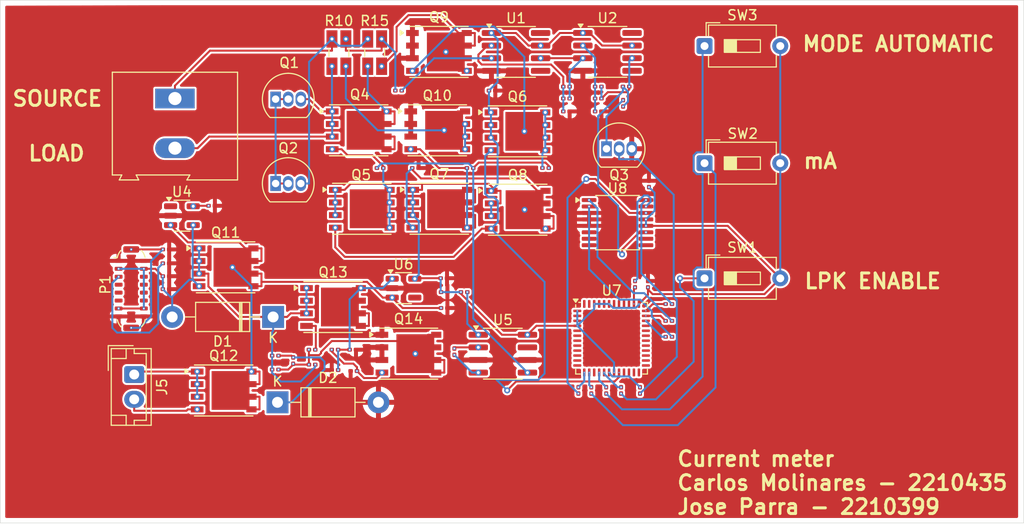
<source format=kicad_pcb>
(kicad_pcb (version 20241229) (generator "pcbnew") (generator_version "9.0")
  (layers (0 "F.Cu" signal) (2 "B.Cu" signal) (13 "F.Paste" user) (15 "B.Paste" user) (5 "F.SilkS" user "F.Silkscreen") (7 "B.SilkS" user "B.Silkscreen") (1 "F.Mask" user) (3 "B.Mask" user) (25 "Edge.Cuts" user))
  (net 0 "")
  (net 1 "Net-(U1--)")
  (net 2 "Net-(U2-+)")
  (net 3 "Net-(C2-Pad2)")
  (net 4 "Net-(U2--)")
  (net 5 "GND")
  (net 6 "Net-(Q3-C)")
  (net 7 "Net-(U1-+)")
  (net 12 "Net-(Q10-G)")
  (net 13 "Load")
  (net 14 "3v3")
  (net 15 "MA")
  (net 16 "Source")
  (net 17 "Vneg")
  (net 18 "Net-(Q1-B)")
  (net 19 "Net-(Q3-B)")
  (net 20 "Net-(Q4-D)")
  (net 21 "Net-(Q4-G)")
  (net 22 "Net-(Q6-D)")
  (net 23 "Net-(Q7-G)")
  (net 24 "LPF_EM")
  (net 25 "Vout")
  (net 26 "Net-(U8-AIN0{slash}REFP1)")
  (net 27 "Net-(D1-A)")
  (net 28 "Net-(Q14-D)")
  (net 29 "Net-(D2-K)")
  (net 30 "Net-(D1-K)")
  (net 31 "Net-(Q14-G)")
  (net 32 "Net-(Q13-D)")
  (net 33 "Net-(U5-BOOST)")
  (net 34 "Net-(U5-CAP-)")
  (net 35 "Net-(U5-CAP+)")
  (net 36 "Net-(J5-Pin_2)")
  (net 37 "Net-(J5-Pin_1)")
  (net 38 "Net-(Q9-D)")
  (net 39 "Net-(Q10-D)")
  (net 40 "Net-(Q11-D)")
  (net 41 "Net-(Q13-G)")
  (net 42 "Net-(R10-Pad2)")
  (net 43 "Net-(P1-SHIELD)")
  (net 44 "Net-(P1-CC)")
  (net 45 "Net-(U4-PROG)")
  (net 46 "Net-(U8-~{CS})")
  (net 47 "CS")
  (net 48 "Net-(U8-DOUT{slash}~{DRDY})")
  (net 49 "Net-(U8-DIN)")
  (net 50 "MOSI")
  (net 51 "SCLK")
  (net 52 "Net-(U8-SCLK)")
  (net 53 "DRDY")
  (net 54 "Net-(U8-~{DRDY})")
  (net 55 "Net-(U7-IO25)")
  (net 56 "Net-(SW2-A)")
  (net 57 "Net-(SW3-A)")
  (net 58 "Net-(U7-IO27)")
  (net 59 "Net-(U7-IO14)")
  (net 60 "Net-(SW1-A)")
  (footprint "Package_TO_SOT_SMD:SOT-23-5" (layer "F.Cu") (at 128.7 92.8)
    (property "Reference" "U6")
    (property "Value" "MIC5504-1.2YM5" (hide yes))
  )
  (footprint "Diode_THT:D_DO-41_SOD81_P10.16mm_Horizontal" (layer "F.Cu") (at 116.02 104.3)
    (property "Reference" "D2")
    (property "Value" "1N5819")
  )
  (footprint "Connector_USB:USB_C_Plug_ShenzhenJingTuoJin_918-118A2021Y40002_Vertical" (layer "F.Cu") (at 101.3 92.85)
    (property "Reference" "P1")
    (property "Value" "USB_C_Plug_USB2.0" (hide yes))
  )
  (footprint "Capacitor_SMD:C_0201_0603Metric" (layer "F.Cu") (at 104.8 91.6 180)
    (property "Reference" "C5" (hide yes))
    (property "Value" "4.7u" (hide yes))
  )
  (footprint "Capacitor_SMD:C_0201_0603Metric" (layer "F.Cu") (at 132.8 93.2)
    (property "Reference" "C11" (hide yes))
    (property "Value" "0.1u" (hide yes))
  )
  (footprint "Resistor_SMD:R_0201_0603Metric" (layer "F.Cu") (at 129.9 80.7)
    (property "Reference" "R6" (hide yes))
    (property "Value" "10k" (hide yes))
  )
  (footprint "Resistor_SMD:R_0201_0603Metric" (layer "F.Cu") (at 152 92.4 90)
    (property "Reference" "R27" (hide yes))
    (property "Value" "47" (hide yes))
  )
  (footprint "Package_DFN_QFN:QFN-48-1EP_7x7mm_P0.5mm_EP5.3x5.3mm" (layer "F.Cu") (at 149.64 97.84)
    (property "Reference" "U7")
    (property "Value" "ESP32-PICO-D4" (hide yes))
  )
  (footprint "Resistor_SMD:R_0201_0603Metric" (layer "F.Cu") (at 143 80.7)
    (property "Reference" "R4" (hide yes))
    (property "Value" "47k" (hide yes))
  )
  (footprint "Package_SO:PowerPAK_SO-8_Single" (layer "F.Cu") (at 121.61 94.7)
    (property "Reference" "Q13")
    (property "Value" "Si7141DP" (hide yes))
  )
  (footprint "Package_SO:SOIC-8_3.9x4.9mm_P1.27mm" (layer "F.Cu") (at 138.7 99.4)
    (property "Reference" "U5")
    (property "Value" "TC7662Bx0A" (hide yes))
  )
  (footprint "Capacitor_SMD:C_0201_0603Metric" (layer "F.Cu") (at 117.6 100.1 90)
    (property "Reference" "C6" (hide yes))
    (property "Value" "1u" (hide yes))
  )
  (footprint "Resistor_SMD:R_0201_0603Metric" (layer "F.Cu") (at 128.2 72.9 180)
    (property "Reference" "R7" (hide yes))
    (property "Value" "220" (hide yes))
  )
  (footprint "Capacitor_SMD:C_0201_0603Metric" (layer "F.Cu") (at 132.8 94.8)
    (property "Reference" "C19" (hide yes))
    (property "Value" "0.1u" (hide yes))
  )
  (footprint "Resistor_SMD:R_0201_0603Metric" (layer "F.Cu") (at 126.345 80.7 180)
    (property "Reference" "R3" (hide yes))
    (property "Value" "47k" (hide yes))
  )
  (footprint "Resistor_SMD:R_Shunt_Ohmite_LVK12" (layer "F.Cu") (at 122.2 69.075)
    (property "Reference" "R10")
    (property "Value" "10" (hide yes))
  )
  (footprint "Resistor_SMD:R_0201_0603Metric" (layer "F.Cu") (at 119.5 99 180)
    (property "Reference" "R22" (hide yes))
    (property "Value" "100K" (hide yes))
  )
  (footprint "Button_Switch_THT:SW_DIP_SPSTx01_Slide_6.7x4.1mm_W7.62mm_P2.54mm_LowProfile" (layer "F.Cu") (at 158.995 91.8125)
    (property "Reference" "SW1")
    (property "Value" "SW_SPST" (hide yes))
  )
  (footprint "Package_SO:PowerPAK_SO-8_Single" (layer "F.Cu") (at 124.505 84.805)
    (property "Reference" "Q5")
    (property "Value" "Si7141DP" (hide yes))
  )
  (footprint "Capacitor_SMD:C_0201_0603Metric" (layer "F.Cu") (at 145.1 73.7)
    (property "Reference" "C1" (hide yes))
    (property "Value" "10p" (hide yes))
  )
  (footprint "Resistor_SMD:R_0201_0603Metric" (layer "F.Cu") (at 104.8 92.9)
    (property "Reference" "R19" (hide yes))
    (property "Value" "10K" (hide yes))
  )
  (footprint "Resistor_SMD:R_0201_0603Metric" (layer "F.Cu") (at 155.4 94.4)
    (property "Reference" "R28" (hide yes))
    (property "Value" "47" (hide yes))
  )
  (footprint "Package_SO:PowerPAK_SO-8_Single" (layer "F.Cu") (at 140.195 84.9)
    (property "Reference" "Q8")
    (property "Value" "Si7141DP" (hide yes))
  )
  (footprint "Resistor_SMD:R_0201_0603Metric" (layer "F.Cu") (at 109.4 84.5)
    (property "Reference" "R18" (hide yes))
    (property "Value" "5.1K" (hide yes))
  )
  (footprint "Capacitor_SMD:C_0201_0603Metric" (layer "F.Cu") (at 134.8 93.2)
    (property "Reference" "C12" (hide yes))
    (property "Value" "0.1u" (hide yes))
  )
  (footprint "Resistor_SMD:R_0201_0603Metric" (layer "F.Cu") (at 148.3 75)
    (property "Reference" "R13" (hide yes))
    (property "Value" "1k" (hide yes))
  )
  (footprint "Button_Switch_THT:SW_DIP_SPSTx01_Slide_6.7x4.1mm_W7.62mm_P2.54mm_LowProfile" (layer "F.Cu") (at 158.995 68.4125)
    (property "Reference" "SW3")
    (property "Value" "SW_SPST" (hide yes))
  )
  (footprint "Resistor_SMD:R_0201_0603Metric" (layer "F.Cu") (at 104.8 88.9)
    (property "Reference" "R16" (hide yes))
    (property "Value" "1M" (hide yes))
  )
  (footprint "Capacitor_SMD:C_0201_0603Metric" (layer "F.Cu") (at 133.82 99.2 -90)
    (property "Reference" "C13" (hide yes))
    (property "Value" "10u" (hide yes))
  )
  (footprint "Capacitor_SMD:C_0201_0603Metric" (layer "F.Cu") (at 137.62 72.9 180)
    (property "Reference" "C18" (hide yes))
    (property "Value" "0.1u" (hide yes))
  )
  (footprint "Resistor_SMD:R_0201_0603Metric" (layer "F.Cu") (at 104.8 90.3)
    (property "Reference" "R17" (hide yes))
    (property "Value" "5.1K" (hide yes))
  )
  (footprint "Package_SO:TSSOP-16_4.4x5mm_P0.65mm" (layer "F.Cu") (at 150.2375 86.2)
    (property "Reference" "U8")
    (property "Value" "ADS1220xPW" (hide yes))
  )
  (footprint "Resistor_SMD:R_0201_0603Metric" (layer "F.Cu") (at 155.4 97.7)
    (property "Reference" "R26" (hide yes))
    (property "Value" "47" (hide yes))
  )
  (footprint "Package_SO:PowerPAK_SO-8_Single" (layer "F.Cu") (at 132.3 84.8)
    (property "Reference" "Q7")
    (property "Value" "Si7141DP" (hide yes))
  )
  (footprint "Resistor_SMD:R_0201_0603Metric" (layer "F.Cu") (at 145.1 72.5 180)
    (property "Reference" "R9" (hide yes))
    (property "Value" "9k" (hide yes))
  )
  (footprint "Resistor_SMD:R_0201_0603Metric" (layer "F.Cu") (at 148.3 72.5 180)
    (property "Reference" "R11" (hide yes))
    (property "Value" "9k" (hide yes))
  )
  (footprint "Package_TO_SOT_THT:TO-92_Inline" (layer "F.Cu") (at 115.83 73.76)
    (property "Reference" "Q1")
    (property "Value" "BC547" (hide yes))
  )
  (footprint "Resistor_SMD:R_0201_0603Metric" (layer "F.Cu") (at 121.8 101.05 180)
    (property "Reference" "R23" (hide yes))
    (property "Value" "100K" (hide yes))
  )
  (footprint "Resistor_SMD:R_0201_0603Metric" (layer "F.Cu") (at 115.8 99.6)
    (property "Reference" "R20" (hide yes))
    (property "Value" "10K" (hide yes))
  )
  (footprint "Resistor_SMD:R_0201_0603Metric" (layer "F.Cu") (at 151.1 72.5)
    (property "Reference" "R14" (hide yes))
    (property "Value" "220" (hide yes))
  )
  (footprint "Package_SO:SOIC-8_3.9x4.9mm_P1.27mm" (layer "F.Cu") (at 140.025 69.005)
    (property "Reference" "U1")
    (property "Value" "MAX4239ASA" (hide yes))
  )
  (footprint "Package_SO:PowerPAK_SO-8_Single" (layer "F.Cu") (at 132.27 69.005)
    (property "Reference" "Q9")
    (property "Value" "Si7141DP" (hide yes))
  )
  (footprint "Resistor_SMD:R_0201_0603Metric" (layer "F.Cu") (at 146.3 103.1 90)
    (property "Reference" "R30" (hide yes))
    (property "Value" "47" (hide yes))
  )
  (footprint "Resistor_SMD:R_0201_0603Metric" (layer "F.Cu") (at 115.8 101)
    (property "Reference" "R21" (hide yes))
    (property "Value" "100K" (hide yes))
  )
  (footprint "Diode_THT:D_DO-41_SOD81_P10.16mm_Horizontal" (layer "F.Cu") (at 115.58 95.7 180)
    (property "Reference" "D1")
    (property "Value" "1N5819" (hide yes))
  )
  (footprint "Package_TO_SOT_THT:TO-92_Inline" (layer "F.Cu") (at 149.13 78.76)
    (property "Reference" "Q3")
    (property "Value" "BC547" (hide yes))
  )
  (footprint "Capacitor_SMD:C_0201_0603Metric" (layer "F.Cu") (at 132.76 91.8)
    (property "Reference" "C10" (hide yes))
    (property "Value" "10u" (hide yes))
  )
  (footprint "Resistor_SMD:R_0201_0603Metric" (layer "F.Cu") (at 135.4 80.7)
    (property "Reference" "R5" (hide yes))
    (property "Value" "47k" (hide yes))
  )
  (footprint "Capacitor_SMD:C_0201_0603Metric" (layer "F.Cu") (at 150.8 74.18 -90)
    (property "Reference" "C4" (hide yes))
    (property "Value" "0.2u" (hide yes))
  )
  (footprint "Package_SO:PowerPAK_SO-8_Single" (layer "F.Cu") (at 110.8 90.7)
    (property "Reference" "Q11")
    (property "Value" "Si7141DP" (hide yes))
  )
  (footprint "Package_TO_SOT_THT:TO-92_Inline" (layer "F.Cu") (at 115.83 82.26)
    (property "Reference" "Q2")
    (property "Value" "BC547" (hide yes))
  )
  (footprint "Capacitor_SMD:C_0201_0603Metric" (layer "F.Cu") (at 153.3 92.4 -90)
    (property "Reference" "C15" (hide yes))
    (property "Value" "0.1u" (hide yes))
  )
  (footprint "Resistor_SMD:R_Shunt_Ohmite_LVK12" (layer "F.Cu") (at 125.8 69.075)
    (property "Reference" "R15")
    (property "Value" "0.01" (hide yes))
  )
  (footprint "Capacitor_SMD:C_0201_0603Metric" (layer "F.Cu") (at 148.3 73.7)
    (property "Reference" "C2" (hide yes))
    (property "Value" "10p" (hide yes))
  )
  (footprint "Button_Switch_THT:SW_DIP_SPSTx01_Slide_6.7x4.1mm_W7.62mm_P2.54mm_LowProfile" (layer "F.Cu") (at 158.995 80.2125)
    (property "Reference" "SW2")
    (property "Value" "SW_SPST" (hide yes))
  )
  (footprint "Resistor_SMD:R_0201_0603Metric" (layer "F.Cu") (at 155.4 96.1)
    (property "Reference" "R29" (hide yes))
    (property "Value" "47" (hide yes))
  )
  (footprint "Capacitor_SMD:C_0201_0603Metric" (layer "F.Cu") (at 119.5 100.5)
    (property "Reference" "C7" (hide yes))
    (property "Value" "0.1u" (hide yes))
  )
  (footprint "Package_SO:PowerPAK_SO-8_Single" (layer "F.Cu") (at 129.2 99.4)
    (property "Reference" "Q14")
    (property "Value" "Si7141DP" (hide yes))
  )
  (footprint "Package_SO:PowerPAK_SO-8_Single" (layer "F.Cu") (at 140.17 77.005)
    (property "Reference" "Q6")
    (property "Value" "Si7141DP" (hide yes))
  )
  (footprint "TerminalBlock:TerminalBlock_Altech_AK300-2_P5.00mm" (layer "F.Cu") (at 105.7 73.7 -90)
    (property "Reference" "J1" (hide yes))
    (property "Value" "Screw_Terminal_01x02" (hide yes))
  )
  (footprint "Resistor_SMD:R_0201_0603Metric" (layer "F.Cu") (at 152.5 103.1 90)
    (property "Reference" "R8" (hide yes))
    (property "Value" "10k" (hide yes))
  )
  (footprint "Capacitor_SMD:C_0201_0603Metric" (layer "F.Cu") (at 123.6 99)
    (property "Reference" "C9" (hide yes))
    (property "Value" "1u" (hide yes))
  )
  (footprint "Resistor_SMD:R_0201_0603Metric" (layer "F.Cu") (at 149.1 103.1 90)
    (property "Reference" "R32" (hide yes))
    (property "Value" "47" (hide yes))
  )
  (footprint "Package_SO:PowerPAK_SO-8_Single" (layer "F.Cu") (at 110.605 103.105)
    (property "Reference" "Q12")
    (property "Value" "Si7141DP" (hide yes))
  )
  (footprint "Capacitor_SMD:C_0201_0603Metric" (layer "F.Cu") (at 121.8 99 180)
    (property "Reference" "C8" (hide yes))
    (property "Value" "1u" (hide yes))
  )
  (footprint "Package_SO:SOIC-8_3.9x4.9mm_P1.27mm" (layer "F.Cu") (at 149.225 69)
    (property "Reference" "U2")
    (property "Value" "MAX4239ASA" (hide yes))
  )
  (footprint "Package_SO:PowerPAK_SO-8_Single" (layer "F.Cu") (at 124.195 76.9)
    (property "Reference" "Q4")
    (property "Value" "Si7141DP" (hide yes))
  )
  (footprint "Resistor_SMD:R_0201_0603Metric" (layer "F.Cu") (at 145.1 75)
    (property "Reference" "R12" (hide yes))
    (property "Value" "1k" (hide yes))
  )
  (footprint "Resistor_SMD:R_0201_0603Metric" (layer "F.Cu") (at 123.7 101.15 180)
    (property "Reference" "R24" (hide yes))
    (property "Value" "2M" (hide yes))
  )
  (footprint "Package_TO_SOT_SMD:SOT-23-5" (layer "F.Cu") (at 106.4 85.5)
    (property "Reference" "U4")
    (property "Value" "MCP73831-2-OT" (hide yes))
  )
  (footprint "Resistor_SMD:R_0201_0603Metric" (layer "F.Cu") (at 147.6 103.1 90)
    (property "Reference" "R31" (hide yes))
    (property "Value" "47" (hide yes))
  )
  (footprint "Connector_JST:JST_EH_B2B-EH-A_1x02_P2.50mm_Vertical" (layer "F.Cu") (at 101.6 101.5 -90)
    (property "Reference" "J5")
    (property "Value" "Conn_01x02_Pin" (hide yes))
  )
  (footprint "Resistor_SMD:R_0201_0603Metric" (layer "F.Cu") (at 150.6 103.1 90)
    (property "Reference" "R33" (hide yes))
    (property "Value" "47" (hide yes))
  )
  (footprint "Package_SO:PowerPAK_SO-8_Single" (layer "F.Cu") (at 132.1 76.9)
    (property "Reference" "Q10")
    (property "Value" "Si7141DP" (hide yes))
  )
  (footprint "Capacitor_SMD:C_0201_0603Metric" (layer "F.Cu") (at 153.4 82.3 -90)
    (property "Reference" "C20" (hide yes))
    (property "Value" "0.1u" (hide yes))
  )
  (gr_rect (start 88.12 63.8) (end 191.12 116.45) (stroke (width 0.05)) (fill no) (layer "Edge.Cuts"))
  (gr_text "LPK ENABLE\n\n\n" (at 168.9 97.8 0) (layer "F.SilkS") (effects (font (size 1.5 1.5) (thickness 0.3) (bold yes)) (justify left bottom)))
  (gr_text "LOAD\n" (at 90.8 80.1 0) (layer "F.SilkS") (effects (font (size 1.5 1.5) (thickness 0.3) (bold yes)) (justify left bottom)))
  (gr_text "MODE AUTOMATIC\n\n\n" (at 168.7 73.9 0) (layer "F.SilkS") (effects (font (size 1.5 1.5) (thickness 0.3) (bold yes)) (justify left bottom)))
  (gr_text "SOURCE\n\n" (at 89.2 77 0) (layer "F.SilkS") (effects (font (size 1.5 1.5) (thickness 0.3) (bold yes)) (justify left bottom)))
  (gr_text "Current meter\nCarlos Molinares - 2210435\nJose Parra - 2210399\n" (at 156.1 115.7 0) (layer "F.SilkS") (effects (font (size 1.5 1.5) (thickness 0.3) (bold yes)) (justify left bottom)))
  (gr_text "mA\n\n\n" (at 168.8 85.7 0) (layer "F.SilkS") (effects (font (size 1.5 1.5) (thickness 0.3) (bold yes)) (justify left bottom)))
  (segment (start 136.2363 69.2802) (end 136.2363 69.941) (width 0.2) (layer "F.Cu") (net 1))
  (segment (start 144.78 71.508) (end 144.78 72.5) (width 0.2) (layer "F.Cu") (net 1))
  (segment (start 136.2363 69.941) (end 136.5703 70.275) (width 0.2) (layer "F.Cu") (net 1))
  (segment (start 137.1465 68.37) (end 136.2363 69.2802) (width 0.2) (layer "F.Cu") (net 1))
  (segment (start 143.547 70.275) (end 144.78 71.508) (width 0.2) (layer "F.Cu") (net 1))
  (segment (start 137.55 68.37) (end 137.1465 68.37) (width 0.2) (layer "F.Cu") (net 1))
  (segment (start 136.5703 70.275) (end 143.547 70.275) (width 0.2) (layer "F.Cu") (net 1))
  (via (at 144.78 75) (size 0.3) (drill 0.15) (layers "F.Cu" "B.Cu") (net 1))
  (via (at 137.55 68.37) (size 0.6) (drill 0.3) (layers "F.Cu" "B.Cu") (net 1))
  (via (at 144.78 72.5) (size 0.3) (drill 0.15) (layers "F.Cu" "B.Cu") (net 1))
  (via (at 144.78 73.7) (size 0.3) (drill 0.15) (layers "F.Cu" "B.Cu") (net 1))
  (segment (start 144.78 72.5) (end 144.78 73.7) (width 0.2) (layer "B.Cu") (net 1))
  (segment (start 144.78 73.7) (end 144.78 75) (width 0.2) (layer "B.Cu") (net 1))
  (segment (start 142.5 69.64) (end 142.505 69.635) (width 0.2) (layer "F.Cu") (net 2))
  (segment (start 142.505 69.635) (end 146.75 69.635) (width 0.2) (layer "F.Cu") (net 2))
  (via (at 142.5 69.64) (size 0.6) (drill 0.3) (layers "F.Cu" "B.Cu") (net 2))
  (via (at 145.42 73.7) (size 0.3) (drill 0.15) (layers "F.Cu" "B.Cu") (net 2))
  (via (at 146.75 69.635) (size 0.6) (drill 0.3) (layers "F.Cu" "B.Cu") (net 2))
  (via (at 145.42 72.5) (size 0.3) (drill 0.15) (layers "F.Cu" "B.Cu") (net 2))
  (segment (start 145.42 70.965) (end 145.42 72.5) (width 0.2) (layer "B.Cu") (net 2))
  (segment (start 146.75 69.635) (end 145.42 70.965) (width 0.2) (layer "B.Cu") (net 2))
  (segment (start 145.42 72.5) (end 145.42 73.7) (width 0.2) (layer "B.Cu") (net 2))
  (segment (start 151.1398 73.0606) (end 151.42 72.7804) (width 0.2) (layer "F.Cu") (net 3))
  (segment (start 149.2594 73.0606) (end 151.1398 73.0606) (width 0.2) (layer "F.Cu") (net 3))
  (segment (start 148.62 73.7) (end 149.2594 73.0606) (width 0.2) (layer "F.Cu") (net 3))
  (segment (start 151.42 72.7804) (end 151.42 72.5) (width 0.2) (layer "F.Cu") (net 3))
  (via (at 148.62 72.5) (size 0.3) (drill 0.15) (layers "F.Cu" "B.Cu") (net 3))
  (via (at 151.42 72.5) (size 0.3) (drill 0.15) (layers "F.Cu" "B.Cu") (net 3))
  (via (at 151.7 69.635) (size 0.6) (drill 0.3) (layers "F.Cu" "B.Cu") (net 3))
  (via (at 148.62 73.7) (size 0.3) (drill 0.15) (layers "F.Cu" "B.Cu") (net 3))
  (segment (start 151.7 69.635) (end 151.42 69.915) (width 0.2) (layer "B.Cu") (net 3))
  (segment (start 151.42 69.915) (end 151.42 72.5) (width 0.2) (layer "B.Cu") (net 3))
  (segment (start 148.62 72.5) (end 148.62 73.7) (width 0.2) (layer "B.Cu") (net 3))
  (via (at 147.98 75) (size 0.3) (drill 0.15) (layers "F.Cu" "B.Cu") (net 4))
  (via (at 146.75 68.365) (size 0.6) (drill 0.3) (layers "F.Cu" "B.Cu") (net 4))
  (via (at 147.98 72.5) (size 0.3) (drill 0.15) (layers "F.Cu" "B.Cu") (net 4))
  (via (at 147.98 73.7) (size 0.3) (drill 0.15) (layers "F.Cu" "B.Cu") (net 4))
  (segment (start 147.98 72.5) (end 147.98 73.7) (width 0.2) (layer "B.Cu") (net 4))
  (segment (start 146.75 68.365) (end 147.98 69.595) (width 0.2) (layer "B.Cu") (net 4))
  (segment (start 147.98 73.7) (end 147.98 75) (width 0.2) (layer "B.Cu") (net 4))
  (segment (start 147.98 69.595) (end 147.98 72.5) (width 0.2) (layer "B.Cu") (net 4))
  (segment (start 109.72 84.5) (end 109.72 84.7324) (width 0.2) (layer "F.Cu") (net 5))
  (segment (start 137.94 72.9) (end 138.04 73) (width 0.2) (layer "F.Cu") (net 5))
  (segment (start 129.6 69.64) (end 130.0684 69.64) (width 0.2) (layer "F.Cu") (net 5))
  (segment (start 129.6 68.37) (end 130.0684 68.37) (width 0.2) (layer "F.Cu") (net 5))
  (segment (start 129.43 74.995) (end 129.8984 74.995) (width 0.2) (layer "F.Cu") (net 5))
  (segment (start 130.22 80.495) (end 130.22 80.7) (width 0.2) (layer "F.Cu") (net 5))
  (segment (start 100.03 95.65) (end 102.57 95.65) (width 0.2) (layer "F.Cu") (net 5))
  (segment (start 105.2625 85.5) (end 104.8664 85.5) (width 0.2) (layer "F.Cu") (net 5))
  (segment (start 129.43 76.265) (end 129.8984 76.265) (width 0.2) (layer "F.Cu") (net 5))
  (segment (start 129.8984 77.535) (end 129.43 77.535) (width 0.2) (layer "F.Cu") (net 5))
  (segment (start 102.57 95.65) (end 102.7936 95.65) (width 0.2) (layer "F.Cu") (net 5))
  (via (at 150.8 73.86) (size 0.3) (drill 0.15) (layers "F.Cu" "B.Cu") (net 6))
  (segment (start 150.8 73.86) (end 149.13 75.53) (width 0.2) (layer "B.Cu") (net 6))
  (segment (start 149.13 75.53) (end 149.13 78.76) (width 0.2) (layer "B.Cu") (net 6))
  (via (at 128.52 72.9) (size 0.3) (drill 0.15) (layers "F.Cu" "B.Cu") (net 7))
  (via (at 137.55 69.64) (size 0.6) (drill 0.3) (layers "F.Cu" "B.Cu") (net 7))
  (segment (start 137.55 69.64) (end 131.78 69.64) (width 0.2) (layer "B.Cu") (net 7))
  (segment (start 131.78 69.64) (end 128.52 72.9) (width 0.2) (layer "B.Cu") (net 7))
  (segment (start 132.2617 80.7) (end 130.3667 78.805) (width 0.2) (layer "F.Cu") (net 12))
  (segment (start 129.43 78.805) (end 130.3667 78.805) (width 0.2) (layer "F.Cu") (net 12))
  (segment (start 133.625 85.435) (end 132.99 84.8) (width 0.2) (layer "F.Cu") (net 12))
  (segment (start 135.095 82.895) (end 135.9067 82.895) (width 0.2) (layer "F.Cu") (net 12))
  (segment (start 135.095 84.165) (end 135.9067 84.165) (width 0.2) (layer "F.Cu") (net 12))
  (segment (start 135.9067 82.895) (end 135.9067 84.165) (width 0.2) (layer "F.Cu") (net 12))
  (segment (start 135.08 80.7) (end 132.2617 80.7) (width 0.2) (layer "F.Cu") (net 12))
  (segment (start 135.095 86.705) (end 135.9067 86.705) (width 0.2) (layer "F.Cu") (net 12))
  (segment (start 135.095 85.435) (end 135.9067 85.435) (width 0.2) (layer "F.Cu") (net 12))
  (segment (start 133.625 84.165) (end 132.99 84.8) (width 0.2) (layer "F.Cu") (net 12))
  (segment (start 135.095 84.165) (end 133.625 84.165) (width 0.2) (layer "F.Cu") (net 12))
  (segment (start 135.9067 86.705) (end 135.9067 85.435) (width 0.2) (layer "F.Cu") (net 12))
  (segment (start 135.095 85.435) (end 133.625 85.435) (width 0.2) (layer "F.Cu") (net 12))
  (via (at 135.095 86.705) (size 0.6) (drill 0.3) (layers "F.Cu" "B.Cu") (net 12))
  (via (at 135.08 80.7) (size 0.3) (drill 0.15) (layers "F.Cu" "B.Cu") (net 12))
  (via (at 129.43 78.805) (size 0.6) (drill 0.3) (layers "F.Cu" "B.Cu") (net 12))
  (segment (start 135.08 80.7) (end 135.095 80.715) (width 0.2) (layer "B.Cu") (net 12))
  (segment (start 135.095 80.715) (end 135.095 86.705) (width 0.2) (layer "B.Cu") (net 12))
  (segment (start 109.1467 77.535) (end 121.525 77.535) (width 0.2) (layer "F.Cu") (net 13))
  (segment (start 120.4317 74.995) (end 119.1967 73.76) (width 0.2) (layer "F.Cu") (net 13))
  (segment (start 118.37 73.76) (end 119.1967 73.76) (width 0.2) (layer "F.Cu") (net 13))
  (segment (start 107.9817 78.7) (end 109.1467 77.535) (width 0.2) (layer "F.Cu") (net 13))
  (segment (start 121.525 74.995) (end 120.4317 74.995) (width 0.2) (layer "F.Cu") (net 13))
  (segment (start 105.7 78.7) (end 107.9817 78.7) (width 0.2) (layer "F.Cu") (net 13))
  (via (at 121.525 77.535) (size 0.6) (drill 0.3) (layers "F.Cu" "B.Cu") (net 13))
  (via (at 121.5 70.45) (size 0.6) (drill 0.3) (layers "F.Cu" "B.Cu") (net 13))
  (via (at 121.525 76.265) (size 0.6) (drill 0.3) (layers "F.Cu" "B.Cu") (net 13))
  (via (at 121.525 74.995) (size 0.6) (drill 0.3) (layers "F.Cu" "B.Cu") (net 13))
  (segment (start 121.5 70.45) (end 121.5 74.97) (width 0.2) (layer "B.Cu") (net 13))
  (segment (start 121.525 76.265) (end 121.525 77.535) (width 0.2) (layer "B.Cu") (net 13))
  (segment (start 121.5 74.97) (end 121.525 74.995) (width 0.2) (layer "B.Cu") (net 13))
  (segment (start 121.525 74.995) (end 121.525 76.265) (width 0.2) (layer "B.Cu") (net 13))
  (segment (start 130.5667 82.2883) (end 130.5667 82.895) (width 0.2) (layer "F.Cu") (net 14))
  (segment (start 132.44 91.8) (end 129.888 91.8) (width 0.2) (layer "F.Cu") (net 14))
  (segment (start 166.615 91.8125) (end 161.3275 86.525) (width 0.2) (layer "F.Cu") (net 14))
  (segment (start 137.55 67.1) (end 140.017 67.1) (width 0.2) (layer "F.Cu") (net 14))
  (segment (start 137.9934 82.995) (end 137.2867 82.2883) (width 0.2) (layer "F.Cu") (net 14))
  (segment (start 144.445 67.095) (end 146.75 67.095) (width 0.2) (layer "F.Cu") (net 14))
  (segment (start 142.08 96.59) (end 146.19 96.59) (width 0.2) (layer "F.Cu") (net 14))
  (segment (start 153.3 92.9337) (end 153.7663 93.4) (width 0.2) (layer "F.Cu") (net 14))
  (segment (start 161.3275 86.525) (end 153.1 86.525) (width 0.2) (layer "F.Cu") (net 14))
  (segment (start 142.5 68.37) (end 143.17 68.37) (width 0.2) (layer "F.Cu") (net 14))
  (segment (start 134.48 93.2) (end 134.48 93.3666) (width 0.2) (layer "F.Cu") (net 14))
  (segment (start 153.7663 93.4) (end 165.0275 93.4) (width 0.2) (layer "F.Cu") (net 14))
  (segment (start 137.2867 82.2883) (end 130.5667 82.2883) (width 0.2) (layer "F.Cu") (net 14))
  (segment (start 129.63 82.895) (end 130.5667 82.895) (width 0.2) (layer "F.Cu") (net 14))
  (segment (start 137.9934 82.995) (end 138.4617 82.995) (width 0.2) (layer "F.Cu") (net 14))
  (segment (start 121.835 82.9) (end 122.7717 82.9) (width 0.2) (layer "F.Cu") (net 14))
  (segment (start 141.175 97.495) (end 142.08 96.59) (width 0.2) (layer "F.Cu") (net 14))
  (segment (start 147.425 67.095) (end 148.695 68.365) (width 0.2) (layer "F.Cu") (net 14))
  (segment (start 137.525 84.265) (end 138.4617 84.265) (width 0.2) (layer "F.Cu") (net 14))
  (segment (start 148.695 68.365) (end 151.7 68.365) (width 0.2) (layer "F.Cu") (net 14))
  (segment (start 146.75 67.095) (end 147.425 67.095) (width 0.2) (layer "F.Cu") (net 14))
  (segment (start 138.6084 97.495) (end 141.175 97.495) (width 0.2) (layer "F.Cu") (net 14))
  (segment (start 143.17 68.37) (end 144.445 67.095) (width 0.2) (layer "F.Cu") (net 14))
  (segment (start 165.0275 93.4) (end 166.615 91.8125) (width 0.2) (layer "F.Cu") (net 14))
  (segment (start 137.525 82.995) (end 137.9934 82.995) (width 0.2) (layer "F.Cu") (net 14))
  (segment (start 153.3 93.48) (end 152.39 94.39) (width 0.2) (layer "F.Cu") (net 14))
  (segment (start 123.3834 82.2883) (end 122.7717 82.9) (width 0.2) (layer "F.Cu") (net 14))
  (segment (start 153.3 92.72) (end 153.3 92.9337) (width 0.2) (layer "F.Cu") (net 14))
  (segment (start 140.017 67.1) (end 141.287 68.37) (width 0.2) (layer "F.Cu") (net 14))
  (segment (start 141.287 68.37) (end 142.5 68.37) (width 0.2) (layer "F.Cu") (net 14))
  (segment (start 138.4617 82.995) (end 138.4617 84.265) (width 0.2) (layer "F.Cu") (net 14))
  (segment (start 153.3 92.9337) (end 153.3 93.48) (width 0.2) (layer "F.Cu") (net 14))
  (segment (start 134.48 93.3666) (end 138.6084 97.495) (width 0.2) (layer "F.Cu") (net 14))
  (segment (start 129.838 91.85) (end 129.8375 91.85) (width 0.2) (layer "F.Cu") (net 14))
  (segment (start 130.5667 82.2883) (end 123.3834 82.2883) (width 0.2) (layer "F.Cu") (net 14))
  (segment (start 129.888 91.8) (end 129.838 91.85) (width 0.2) (layer "F.Cu") (net 14))
  (via (at 137.525 84.265) (size 0.6) (drill 0.3) (layers "F.Cu" "B.Cu") (net 14))
  (via (at 149.89 101.29) (size 0.15) (drill 0.075) (layers "F.Cu" "B.Cu") (net 14))
  (via (at 146.19 96.09) (size 0.15) (drill 0.075) (layers "F.Cu" "B.Cu") (net 14))
  (via (at 137.525 82.995) (size 0.6) (drill 0.3) (layers "F.Cu" "B.Cu") (net 14))
  (via (at 121.835 82.9) (size 0.6) (drill 0.3) (layers "F.Cu" "B.Cu") (net 14))
  (via (at 147.89 94.39) (size 0.15) (drill 0.075) (layers "F.Cu" "B.Cu") (net 14))
  (via (at 149.39 94.39) (size 0.15) (drill 0.075) (layers "F.Cu" "B.Cu") (net 14))
  (via (at 129.838 91.85) (size 0.6) (drill 0.3) (layers "F.Cu" "B.Cu") (net 14))
  (via (at 137.3 72.9) (size 0.3) (drill 0.15) (layers "F.Cu" "B.Cu") (net 14))
  (via (at 129.63 85.435) (size 0.6) (drill 0.3) (layers "F.Cu" "B.Cu") (net 14))
  (via (at 129.63 84.165) (size 0.6) (drill 0.3) (layers "F.Cu" "B.Cu") (net 14))
  (via (at 153.1 86.525) (size 0.3) (drill 0.15) (layers "F.Cu" "B.Cu") (net 14))
  (via (at 137.5 76.37) (size 0.6) (drill 0.3) (layers "F.Cu" "B.Cu") (net 14))
  (via (at 153.4 82.62) (size 0.3) (drill 0.15) (layers "F.Cu" "B.Cu") (net 14))
  (via (at 137.55 67.1) (size 0.6) (drill 0.3) (layers "F.Cu" "B.Cu") (net 14))
  (via (at 137.5 75.1) (size 0.6) (drill 0.3) (layers "F.Cu" "B.Cu") (net 14))
  (via (at 129.63 82.895) (size 0.6) (drill 0.3) (layers "F.Cu" "B.Cu") (net 14))
  (via (at 132.48 93.2) (size 0.3) (drill 0.15) (layers "F.Cu" "B.Cu") (net 14))
  (via (at 152.39 94.39) (size 0.15) (drill 0.075) (layers "F.Cu" "B.Cu") (net 14))
  (via (at 121.835 85.44) (size 0.6) (drill 0.3) (layers "F.Cu" "B.Cu") (net 14))
  (via (at 137.5 77.64) (size 0.6) (drill 0.3) (layers "F.Cu" "B.Cu") (net 14))
  (via (at 146.19 95.09) (size 0.15) (drill 0.075) (layers "F.Cu" "B.Cu") (net 14))
  (via (at 142.5 68.37) (size 0.6) (drill 0.3) (layers "F.Cu" "B.Cu") (net 14))
  (via (at 153.1 85.875) (size 0.3) (drill 0.15) (layers "F.Cu" "B.Cu") (net 14))
  (via (at 141.175 97.495) (size 0.6) (drill 0.3) (layers "F.Cu" "B.Cu") (net 14))
  (via (at 151.7 68.365) (size 0.6) (drill 0.3) (layers "F.Cu" "B.Cu") (net 14))
  (via (at 146.19 96.59) (size 0.15) (drill 0.075) (layers "F.Cu" "B.Cu") (net 14))
  (via (at 121.835 84.17) (size 0.6) (drill 0.3) (layers "F.Cu" "B.Cu") (net 14))
  (via (at 132.44 91.8) (size 0.3) (drill 0.15) (layers "F.Cu" "B.Cu") (net 14))
  (via (at 146.75 67.095) (size 0.6) (drill 0.3) (layers "F.Cu" "B.Cu") (net 14))
  (via (at 153.3 92.72) (size 0.3) (drill 0.15) (layers "F.Cu" "B.Cu") (net 14))
  (via (at 134.48 93.2) (size 0.3) (drill 0.15) (layers "F.Cu" "B.Cu") (net 14))
  (via (at 137.525 85.535) (size 0.6) (drill 0.3) (layers "F.Cu" "B.Cu") (net 14))
  (segment (start 149.39 94.39) (end 147.89 94.39) (width 0.2) (layer "B.Cu") (net 14))
  (segment (start 137.5 75.1) (end 137.5 76.37) (width 0.2) (layer "B.Cu") (net 14))
  (segment (start 146.19 96.09) (end 146.19 96.59) (width 0.2) (layer "B.Cu") (net 14))
  (segment (start 149.89 100.29) (end 149.89 101.29) (width 0.2) (layer "B.Cu") (net 14))
  (segment (start 147.89 94.89) (end 146.19 96.59) (width 0.2) (layer "B.Cu") (net 14))
  (segment (start 137.3 74.9) (end 137.3 72.9) (width 0.2) (layer "B.Cu") (net 14))
  (segment (start 129.63 82.895) (end 129.63 84.165) (width 0.2) (layer "B.Cu") (net 14))
  (segment (start 132.48 93.2) (end 132.44 93.16) (width 0.2) (layer "B.Cu") (net 14))
  (segment (start 152.0618 94.7882) (end 149.7882 94.7882) (width 0.2) (layer "B.Cu") (net 14))
  (segment (start 152.39 94.39) (end 152.39 94.46) (width 0.2) (layer "B.Cu") (net 14))
  (segment (start 137.525 84.265) (end 137.525 85.535) (width 0.2) (layer "B.Cu") (net 14))
  (segment (start 153.9708 85.0042) (end 153.9708 83.1908) (width 0.2) (layer "B.Cu") (net 14))
  (segment (start 152.39 94.46) (end 152.0618 94.7882) (width 0.2) (layer "B.Cu") (net 14))
  (segment (start 137.5 76.37) (end 137.5 77.64) (width 0.2) (layer "B.Cu") (net 14))
  (segment (start 149.7882 94.7882) (end 149.39 94.39) (width 0.2) (layer "B.Cu") (net 14))
  (segment (start 138.1698 78.3098) (end 137.5 77.64) (width 0.2) (layer "B.Cu") (net 14))
  (segment (start 138.1698 82.3502) (end 138.1698 78.3098) (width 0.2) (layer "B.Cu") (net 14))
  (segment (start 129.63 85.435) (end 130.2386 86.0436) (width 0.2) (layer "B.Cu") (net 14))
  (segment (start 153.9708 83.1908) (end 153.4 82.62) (width 0.2) (layer "B.Cu") (net 14))
  (segment (start 137.55 67.1) (end 138.1733 67.7233) (width 0.2) (layer "B.Cu") (net 14))
  (segment (start 121.835 84.17) (end 121.835 85.44) (width 0.2) (layer "B.Cu") (net 14))
  (segment (start 130.2386 91.4494) (end 129.838 91.85) (width 0.2) (layer "B.Cu") (net 14))
  (segment (start 153.1 85.875) (end 153.9708 85.0042) (width 0.2) (layer "B.Cu") (net 14))
  (segment (start 147.89 94.39) (end 147.89 94.89) (width 0.2) (layer "B.Cu") (net 14))
  (segment (start 137.525 82.995) (end 138.1698 82.3502) (width 0.2) (layer "B.Cu") (net 14))
  (segment (start 121.835 82.9) (end 121.835 84.17) (width 0.2) (layer "B.Cu") (net 14))
  (segment (start 166.615 91.8125) (end 166.615 80.2125) (width 0.2) (layer "B.Cu") (net 14))
  (segment (start 153.1 85.875) (end 153.1 86.525) (width 0.2) (layer "B.Cu") (net 14))
  (segment (start 132.44 93.16) (end 132.44 91.8) (width 0.2) (layer "B.Cu") (net 14))
  (segment (start 146.19 95.09) (end 146.19 96.09) (width 0.2) (layer "B.Cu") (net 14))
  (segment (start 146.19 96.59) (end 149.89 100.29) (width 0.2) (layer "B.Cu") (net 14))
  (segment (start 137.5 75.1) (end 137.3 74.9) (width 0.2) (layer "B.Cu") (net 14))
  (segment (start 130.2386 86.0436) (end 130.2386 91.4494) (width 0.2) (layer "B.Cu") (net 14))
  (segment (start 134.48 93.2) (end 132.48 93.2) (width 0.2) (layer "B.Cu") (net 14))
  (segment (start 138.1733 67.7233) (end 138.1733 72.0267) (width 0.2) (layer "B.Cu") (net 14))
  (segment (start 166.615 68.4125) (end 166.615 80.2125) (width 0.2) (layer "B.Cu") (net 14))
  (segment (start 138.1733 72.0267) (end 137.3 72.9) (width 0.2) (layer "B.Cu") (net 14))
  (segment (start 129.63 84.165) (end 129.63 85.435) (width 0.2) (layer "B.Cu") (net 14))
  (segment (start 140.034 102.2) (end 149.9459 102.2) (width 0.2) (layer "F.Cu") (net 15))
  (segment (start 136.5883 86.805) (end 137.525 86.805) (width 0.2) (layer "F.Cu") (net 15))
  (segment (start 139.134 103.1) (end 140.034 102.2) (width 0.2) (layer "F.Cu") (net 15))
  (segment (start 122.8 89.65) (end 133.7433 89.65) (width 0.2) (layer "F.Cu") (net 15))
  (segment (start 133.7433 89.65) (end 136.5883 86.805) (width 0.2) (layer "F.Cu") (net 15))
  (segment (start 150.39 101.7559) (end 150.39 101.29) (width 0.2) (layer "F.Cu") (net 15))
  (segment (start 149.9459 102.2) (end 150.39 101.7559) (width 0.2) (layer "F.Cu") (net 15))
  (segment (start 121.835 88.685) (end 122.8 89.65) (width 0.2) (layer "F.Cu") (net 15))
  (segment (start 121.835 86.71) (end 121.835 88.685) (width 0.2) (layer "F.Cu") (net 15))
  (via (at 121.835 86.71) (size 0.6) (drill 0.3) (layers "F.Cu" "B.Cu") (net 15))
  (via (at 137.5 78.91) (size 0.6) (drill 0.3) (layers "F.Cu" "B.Cu") (net 15))
  (via (at 150.39 101.29) (size 0.15) (drill 0.075) (layers "F.Cu" "B.Cu") (net 15))
  (via (at 137.525 86.805) (size 0.6) (drill 0.3) (layers "F.Cu" "B.Cu") (net 15))
  (via (at 139.134 103.1) (size 0.6) (drill 0.3) (layers "F.Cu" "B.Cu") (net 15))
  (segment (start 137.8021 83.63) (end 138.1948 84.0227) (width 0.2) (layer "B.Cu") (net 15))
  (segment (start 139.134 103.1) (end 138.0805 102.0465) (width 0.2) (layer "B.Cu") (net 15))
  (segment (start 138.1948 84.0227) (end 138.1948 86.1352) (width 0.2) (layer "B.Cu") (net 15))
  (segment (start 142.2535 102.0465) (end 142.9 101.4) (width 0.2) (layer "B.Cu") (net 15))
  (segment (start 142.9 92.18) (end 137.525 86.805) (width 0.2) (layer "B.Cu") (net 15))
  (segment (start 138.0805 102.0465) (end 142.2535 102.0465) (width 0.2) (layer "B.Cu") (net 15))
  (segment (start 136.9202 79.4898) (end 136.9202 83.2867) (width 0.2) (layer "B.Cu") (net 15))
  (segment (start 136.9202 83.2867) (end 137.2635 83.63) (width 0.2) (layer "B.Cu") (net 15))
  (segment (start 142.9 101.4) (end 142.9 92.18) (width 0.2) (layer "B.Cu") (net 15))
  (segment (start 137.2635 83.63) (end 137.8021 83.63) (width 0.2) (layer "B.Cu") (net 15))
  (segment (start 137.5 78.91) (end 136.9202 79.4898) (width 0.2) (layer "B.Cu") (net 15))
  (segment (start 138.1948 86.1352) (end 137.525 86.805) (width 0.2) (layer "B.Cu") (net 15))
  (segment (start 121.5 67.7) (end 121.5 68.8767) (width 0.2) (layer "F.Cu") (net 16))
  (segment (start 109.2316 68.8767) (end 121.5 68.8767) (width 0.2) (layer "F.Cu") (net 16))
  (segment (start 105.7 72.4083) (end 109.2316 68.8767) (width 0.2) (layer "F.Cu") (net 16))
  (segment (start 105.7 73.7) (end 105.7 72.4083) (width 0.2) (layer "F.Cu") (net 16))
  (via (at 125.1 67.7) (size 0.6) (drill 0.3) (layers "F.Cu" "B.Cu") (net 16))
  (via (at 121.5 67.7) (size 0.6) (drill 0.3) (layers "F.Cu" "B.Cu") (net 16))
  (segment (start 121.5 67.7) (end 122.1875 68.3875) (width 0.2) (layer "B.Cu") (net 16))
  (segment (start 122.1875 68.3875) (end 124.4125 68.3875) (width 0.2) (layer "B.Cu") (net 16))
  (segment (start 121.5 67.7) (end 119.1967 70.0033) (width 0.2) (layer "B.Cu") (net 16))
  (segment (start 118.37 82.26) (end 119.1967 82.26) (width 0.2) (layer "B.Cu") (net 16))
  (segment (start 119.1967 70.0033) (end 119.1967 82.26) (width 0.2) (layer "B.Cu") (net 16))
  (segment (start 124.4125 68.3875) (end 125.1 67.7) (width 0.2) (layer "B.Cu") (net 16))
  (segment (start 142.9919 80.1531) (end 143.32 80.4812) (width 0.2) (layer "F.Cu") (net 17))
  (segment (start 143.32 80.4812) (end 143.32 80.7) (width 0.2) (layer "F.Cu") (net 17))
  (segment (start 135.72 80.7) (end 136.2669 80.1531) (width 0.2) (layer "F.Cu") (net 17))
  (segment (start 136.2669 80.1531) (end 142.9919 80.1531) (width 0.2) (layer "F.Cu") (net 17))
  (via (at 126.025 80.7) (size 0.3) (drill 0.15) (layers "F.Cu" "B.Cu") (net 17))
  (via (at 141.175 101.305) (size 0.6) (drill 0.3) (layers "F.Cu" "B.Cu") (net 17))
  (via (at 143.32 80.7) (size 0.3) (drill 0.15) (layers "F.Cu" "B.Cu") (net 17))
  (via (at 135.72 80.7) (size 0.3) (drill 0.15) (layers "F.Cu" "B.Cu") (net 17))
  (segment (start 126.4825 80.2425) (end 126.025 80.7) (width 0.2) (layer "B.Cu") (net 17))
  (segment (start 141.175 101.305) (end 135.72 95.85) (width 0.2) (layer "B.Cu") (net 17))
  (segment (start 135.2625 80.2425) (end 126.4825 80.2425) (width 0.2) (layer "B.Cu") (net 17))
  (segment (start 135.72 80.7) (end 135.2625 80.2425) (width 0.2) (layer "B.Cu") (net 17))
  (segment (start 135.72 95.85) (end 135.72 80.7) (width 0.2) (layer "B.Cu") (net 17))
  (segment (start 115.83 73.76) (end 117.1 73.76) (width 0.2) (layer "F.Cu") (net 18))
  (segment (start 115.83 82.26) (end 117.1 82.26) (width 0.2) (layer "F.Cu") (net 18))
  (segment (start 115.83 73.76) (end 115.83 82.26) (width 0.2) (layer "B.Cu") (net 18))
  (via (at 152.5 103.42) (size 0.3) (drill 0.15) (layers "F.Cu" "B.Cu") (net 19))
  (segment (start 152.3117 79.8117) (end 155.893 83.393) (width 0.2) (layer "B.Cu") (net 19))
  (segment (start 156.2043 99.7157) (end 152.5 103.42) (width 0.2) (layer "B.Cu") (net 19))
  (segment (start 156.2043 93.9528) (end 156.2043 99.7157) (width 0.2) (layer "B.Cu") (net 19))
  (segment (start 155.893 83.393) (end 155.893 93.6415) (width 0.2) (layer "B.Cu") (net 19))
  (segment (start 150.4 79.8117) (end 152.3117 79.8117) (width 0.2) (layer "B.Cu") (net 19))
  (segment (start 155.893 93.6415) (end 156.2043 93.9528) (width 0.2) (layer "B.Cu") (net 19))
  (segment (start 150.4 78.76) (end 150.4 79.8117) (width 0.2) (layer "B.Cu") (net 19))
  (segment (start 126.99 76.265) (end 125.52 76.265) (width 0.2) (layer "F.Cu") (net 20))
  (segment (start 125.52 76.265) (end 124.885 76.9) (width 0.2) (layer "F.Cu") (net 20))
  (segment (start 127.3959 77.535) (end 127.8017 77.535) (width 0.2) (layer "F.Cu") (net 20))
  (segment (start 126.99 77.535) (end 125.52 77.535) (width 0.2) (layer "F.Cu") (net 20))
  (segment (start 127.3959 77.535) (end 126.99 77.535) (width 0.2) (layer "F.Cu") (net 20))
  (segment (start 127.8017 78.805) (end 127.8017 77.535) (width 0.2) (layer "F.Cu") (net 20))
  (segment (start 125.52 77.535) (end 124.885 76.9) (width 0.2) (layer "F.Cu") (net 20))
  (segment (start 126.99 74.995) (end 127.8017 74.995) (width 0.2) (layer "F.Cu") (net 20))
  (segment (start 126.99 78.805) (end 127.8017 78.805) (width 0.2) (layer "F.Cu") (net 20))
  (segment (start 126.99 76.265) (end 127.8017 76.265) (width 0.2) (layer "F.Cu") (net 20))
  (segment (start 127.8017 74.995) (end 127.8017 76.265) (width 0.2) (layer "F.Cu") (net 20))
  (via (at 126.99 74.995) (size 0.6) (drill 0.3) (layers "F.Cu" "B.Cu") (net 20))
  (via (at 125.1 70.45) (size 0.6) (drill 0.3) (layers "F.Cu" "B.Cu") (net 20))
  (segment (start 125.1 70.45) (end 125.1 73.105) (width 0.2) (layer "B.Cu") (net 20))
  (segment (start 125.1 73.105) (end 126.99 74.995) (width 0.2) (layer "B.Cu") (net 20))
  (segment (start 127.3 84.17) (end 125.83 84.17) (width 0.2) (layer "F.Cu") (net 21))
  (segment (start 126.665 80.5173) (end 126.665 80.7) (width 0.2) (layer "F.Cu") (net 21))
  (segment (start 125.83 84.17) (end 125.195 84.805) (width 0.2) (layer "F.Cu") (net 21))
  (segment (start 121.525 78.805) (end 122.4617 78.805) (width 0.2) (layer "F.Cu") (net 21))
  (segment (start 122.4617 78.805) (end 123.0684 79.4117) (width 0.2) (layer "F.Cu") (net 21))
  (segment (start 123.0684 79.4117) (end 125.5594 79.4117) (width 0.2) (layer "F.Cu") (net 21))
  (segment (start 125.5594 79.4117) (end 126.665 80.5173) (width 0.2) (layer "F.Cu") (net 21))
  (via (at 127.3 84.17) (size 0.6) (drill 0.3) (layers "F.Cu" "B.Cu") (net 21))
  (via (at 127.3 82.9) (size 0.6) (drill 0.3) (layers "F.Cu" "B.Cu") (net 21))
  (via (at 127.3 86.71) (size 0.6) (drill 0.3) (layers "F.Cu" "B.Cu") (net 21))
  (via (at 121.525 78.805) (size 0.6) (drill 0.3) (layers "F.Cu" "B.Cu") (net 21))
  (via (at 126.665 80.7) (size 0.3) (drill 0.15) (layers "F.Cu" "B.Cu") (net 21))
  (via (at 127.3 85.44) (size 0.6) (drill 0.3) (layers "F.Cu" "B.Cu") (net 21))
  (segment (start 127.3 82.9) (end 126.665 82.265) (width 0.2) (layer "B.Cu") (net 21))
  (segment (start 127.3 85.44) (end 127.3 86.71) (width 0.2) (layer "B.Cu") (net 21))
  (segment (start 126.665 82.265) (end 126.665 80.7) (width 0.2) (layer "B.Cu") (net 21))
  (segment (start 127.3 82.9) (end 127.3 84.17) (width 0.2) (layer "B.Cu") (net 21))
  (segment (start 127.3 84.17) (end 127.3 85.44) (width 0.2) (layer "B.Cu") (net 21))
  (segment (start 141.495 76.37) (end 140.86 77.005) (width 0.2) (layer "F.Cu") (net 22))
  (segment (start 142.965 76.37) (end 141.495 76.37) (width 0.2) (layer "F.Cu") (net 22))
  (via (at 129.6 70.91) (size 0.6) (drill 0.3) (layers "F.Cu" "B.Cu") (net 22))
  (via (at 142.965 78.91) (size 0.6) (drill 0.3) (layers "F.Cu" "B.Cu") (net 22))
  (via (at 142.965 75.1) (size 0.6) (drill 0.3) (layers "F.Cu" "B.Cu") (net 22))
  (via (at 140.86 77.005) (size 0.6) (drill 0.3) (layers "F.Cu" "B.Cu") (net 22))
  (via (at 142.68 80.7) (size 0.3) (drill 0.15) (layers "F.Cu" "B.Cu") (net 22))
  (via (at 142.965 77.64) (size 0.6) (drill 0.3) (layers "F.Cu" "B.Cu") (net 22))
  (via (at 142.965 76.37) (size 0.6) (drill 0.3) (layers "F.Cu" "B.Cu") (net 22))
  (segment (start 142.965 78.91) (end 142.68 79.195) (width 0.2) (layer "B.Cu") (net 22))
  (segment (start 129.6 70.91) (end 134.0654 66.4446) (width 0.2) (layer "B.Cu") (net 22))
  (segment (start 142.965 75.1) (end 142.965 76.37) (width 0.2) (layer "B.Cu") (net 22))
  (segment (start 142.965 76.37) (end 142.965 77.64) (width 0.2) (layer "B.Cu") (net 22))
  (segment (start 134.0654 66.4446) (end 137.8038 66.4446) (width 0.2) (layer "B.Cu") (net 22))
  (segment (start 137.8038 66.4446) (end 140.86 69.5008) (width 0.2) (layer "B.Cu") (net 22))
  (segment (start 142.68 79.195) (end 142.68 80.7) (width 0.2) (layer "B.Cu") (net 22))
  (segment (start 142.965 77.64) (end 142.965 78.91) (width 0.2) (layer "B.Cu") (net 22))
  (segment (start 140.86 69.5008) (end 140.86 77.005) (width 0.2) (layer "B.Cu") (net 22))
  (segment (start 141.5433 84.9) (end 142.1783 84.265) (width 0.2) (layer "F.Cu") (net 23))
  (segment (start 142.5842 82.995) (end 142.1783 82.995) (width 0.2) (layer "F.Cu") (net 23))
  (segment (start 140.9347 81.7514) (end 142.1783 82.995) (width 0.2) (layer "F.Cu") (net 23))
  (segment (start 140.885 84.9) (end 141.2142 84.9) (width 0.2) (layer "F.Cu") (net 23))
  (segment (start 141.2142 84.9) (end 141.5433 84.9) (width 0.2) (layer "F.Cu") (net 23))
  (segment (start 142.5842 84.265) (end 142.5842 82.995) (width 0.2) (layer "F.Cu") (net 23))
  (segment (start 142.99 85.535) (end 143.8017 85.535) (width 0.2) (layer "F.Cu") (net 23))
  (segment (start 141.5433 84.9) (end 142.1783 85.535) (width 0.2) (layer "F.Cu") (net 23))
  (segment (start 142.99 85.535) (end 142.1783 85.535) (width 0.2) (layer "F.Cu") (net 23))
  (segment (start 143.8017 86.805) (end 143.8017 85.535) (width 0.2) (layer "F.Cu") (net 23))
  (segment (start 142.99 84.265) (end 142.5842 84.265) (width 0.2) (layer "F.Cu") (net 23))
  (segment (start 142.99 82.995) (end 142.5842 82.995) (width 0.2) (layer "F.Cu") (net 23))
  (segment (start 129.58 80.8722) (end 130.4592 81.7514) (width 0.2) (layer "F.Cu") (net 23))
  (segment (start 141.2142 84.9) (end 141.5433 84.9) (width 0.2) (layer "F.Cu") (net 23))
  (segment (start 129.58 80.7) (end 129.58 80.8722) (width 0.2) (layer "F.Cu") (net 23))
  (segment (start 142.99 86.805) (end 143.8017 86.805) (width 0.2) (layer "F.Cu") (net 23))
  (segment (start 130.4592 81.7514) (end 140.9347 81.7514) (width 0.2) (layer "F.Cu") (net 23))
  (segment (start 142.5842 84.265) (end 142.1783 84.265) (width 0.2) (layer "F.Cu") (net 23))
  (via (at 129.63 86.705) (size 0.6) (drill 0.3) (layers "F.Cu" "B.Cu") (net 23))
  (via (at 129.58 80.7) (size 0.3) (drill 0.15) (layers "F.Cu" "B.Cu") (net 23))
  (via (at 140.885 84.9) (size 0.6) (drill 0.3) (layers "F.Cu" "B.Cu") (net 23))
  (via (at 142.99 86.805) (size 0.6) (drill 0.3) (layers "F.Cu" "B.Cu") (net 23))
  (segment (start 129.0213 81.2587) (end 129.58 80.7) (width 0.2) (layer "B.Cu") (net 23))
  (segment (start 129.0213 86.0963) (end 129.0213 81.2587) (width 0.2) (layer "B.Cu") (net 23))
  (segment (start 129.63 86.705) (end 129.0213 86.0963) (width 0.2) (layer "B.Cu") (net 23))
  (via (at 152.5 102.78) (size 0.3) (drill 0.15) (layers "F.Cu" "B.Cu") (net 24))
  (via (at 149.39 101.29) (size 0.15) (drill 0.075) (layers "F.Cu" "B.Cu") (net 24))
  (segment (start 149.4883 101.4563) (end 149.7237 101.6917) (width 0.2) (layer "B.Cu") (net 24))
  (segment (start 151.4117 101.6917) (end 152.5 102.78) (width 0.2) (layer "B.Cu") (net 24))
  (segment (start 149.7237 101.6917) (end 151.4117 101.6917) (width 0.2) (layer "B.Cu") (net 24))
  (segment (start 149.4883 101.3883) (end 149.4883 101.4563) (width 0.2) (layer "B.Cu") (net 24))
  (segment (start 149.39 101.29) (end 149.4883 101.3883) (width 0.2) (layer "B.Cu") (net 24))
  (segment (start 152 92.72) (end 151.89 92.83) (width 0.2) (layer "F.Cu") (net 25))
  (segment (start 151.89 92.83) (end 151.89 94.39) (width 0.2) (layer "F.Cu") (net 25))
  (via (at 152 92.72) (size 0.3) (drill 0.15) (layers "F.Cu" "B.Cu") (net 25))
  (via (at 151.89 94.39) (size 0.15) (drill 0.075) (layers "F.Cu" "B.Cu") (net 25))
  (segment (start 153.1 87.175) (end 152.44263 87.175) (width 0.2) (layer "F.Cu") (net 26))
  (segment (start 150.7 88.91763) (end 150.7 89.4) (width 0.2) (layer "F.Cu") (net 26))
  (segment (start 152.44263 87.175) (end 150.7 88.91763) (width 0.2) (layer "F.Cu") (net 26))
  (via (at 150.7 89.4) (size 0.6) (drill 0.3) (layers "F.Cu" "B.Cu") (net 26))
  (via (at 150.78 72.5) (size 0.3) (drill 0.15) (layers "F.Cu" "B.Cu") (net 26))
  (via (at 153.1 87.175) (size 0.3) (drill 0.15) (layers "F.Cu" "B.Cu") (net 26))
  (via (at 150.8 74.5) (size 0.3) (drill 0.15) (layers "F.Cu" "B.Cu") (net 26))
  (segment (start 148.287 82.487) (end 148.287 75.468) (width 0.2) (layer "B.Cu") (net 26))
  (segment (start 150.3 84.5) (end 148.287 82.487) (width 0.2) (layer "B.Cu") (net 26))
  (segment (start 150.7 89.4) (end 150.3 89) (width 0.2) (layer "B.Cu") (net 26))
  (segment (start 151.2927 73.0127) (end 150.78 72.5) (width 0.2) (layer "B.Cu") (net 26))
  (segment (start 148.287 75.468) (end 150.78 72.975) (width 0.2) (layer "B.Cu") (net 26))
  (segment (start 151.2927 74.0073) (end 151.2927 73.0127) (width 0.2) (layer "B.Cu") (net 26))
  (segment (start 150.3 89) (end 150.3 84.5) (width 0.2) (layer "B.Cu") (net 26))
  (segment (start 150.78 72.975) (end 150.78 72.5) (width 0.2) (layer "B.Cu") (net 26))
  (segment (start 150.8 74.5) (end 151.2927 74.0073) (width 0.2) (layer "B.Cu") (net 26))
  (segment (start 100.03 94.85) (end 102.57 94.85) (width 0.2) (layer "F.Cu") (net 27))
  (segment (start 103.73 90.85) (end 102.57 90.85) (width 0.2) (layer "F.Cu") (net 27))
  (segment (start 107.538 86.45) (end 107.5375 86.45) (width 0.2) (layer "F.Cu") (net 27))
  (segment (start 104.48 91.6) (end 103.73 90.85) (width 0.2) (layer "F.Cu") (net 27))
  (via (at 100.03 90.85) (size 0.3) (drill 0.15) (layers "F.Cu" "B.Cu") (net 27))
  (via (at 104.48 91.6) (size 0.3) (drill 0.15) (layers "F.Cu" "B.Cu") (net 27))
  (via (at 108.13 92.605) (size 0.6) (drill 0.3) (layers "F.Cu" "B.Cu") (net 27))
  (via (at 102.57 90.85) (size 0.3) (drill 0.15) (layers "F.Cu" "B.Cu") (net 27))
  (via (at 102.57 94.85) (size 0.3) (drill 0.15) (layers "F.Cu" "B.Cu") (net 27))
  (via (at 107.538 86.45) (size 0.6) (drill 0.3) (layers "F.Cu" "B.Cu") (net 27))
  (via (at 100.03 94.85) (size 0.3) (drill 0.15) (layers "F.Cu" "B.Cu") (net 27))
  (via (at 104.48 92.9) (size 0.3) (drill 0.15) (layers "F.Cu" "B.Cu") (net 27))
  (segment (start 108.13 92.605) (end 107.4856 91.9606) (width 0.2) (layer "B.Cu") (net 27))
  (segment (start 105.254 93.674) (end 105.42 93.674) (width 0.2) (layer "B.Cu") (net 27))
  (segment (start 107.1334 91.9606) (end 105.42 93.674) (width 0.2) (layer "B.Cu") (net 27))
  (segment (start 104.48 92.9) (end 105.254 93.674) (width 0.2) (layer "B.Cu") (net 27))
  (segment (start 100.03 90.85) (end 102.57 90.85) (width 0.2) (layer "B.Cu") (net 27))
  (segment (start 104.48 91.6) (end 104.48 92.9) (width 0.2) (layer "B.Cu") (net 27))
  (segment (start 107.4856 91.9606) (end 107.1334 91.9606) (width 0.2) (layer "B.Cu") (net 27))
  (segment (start 102.57 94.85) (end 102.57 90.85) (width 0.2) (layer "B.Cu") (net 27))
  (segment (start 107.4856 91.9606) (end 107.4856 86.5024) (width 0.2) (layer "B.Cu") (net 27))
  (segment (start 107.4856 86.5024) (end 107.538 86.45) (width 0.2) (layer "B.Cu") (net 27))
  (segment (start 105.42 93.674) (end 105.42 95.7) (width 0.2) (layer "B.Cu") (net 27))
  (segment (start 119.18 99) (end 119.18 99.5497) (width 0.2) (layer "F.Cu") (net 28))
  (segment (start 131.995 100.035) (end 132.8067 100.035) (width 0.2) (layer "F.Cu") (net 28))
  (segment (start 121.4898 98.1267) (end 120.4006 99.2159) (width 0.2) (layer "F.Cu") (net 28))
  (segment (start 131.4129 98.765) (end 130.6631 98.0152) (width 0.2) (layer "F.Cu") (net 28))
  (segment (start 130.5516 98.1267) (end 121.4898 98.1267) (width 0.2) (layer "F.Cu") (net 28))
  (segment (start 119.18 99.5497) (end 119.18 100.5) (width 0.2) (layer "F.Cu") (net 28))
  (segment (start 131.5892 98.765) (end 131.4129 98.765) (width 0.2) (layer "F.Cu") (net 28))
  (segment (start 117.6 100.5) (end 117.6 100.42) (width 0.2) (layer "F.Cu") (net 28))
  (segment (start 130.2192 99.4) (end 130.5483 99.4) (width 0.2) (layer "F.Cu") (net 28))
  (segment (start 131.4129 98.765) (end 131.1833 98.765) (width 0.2) (layer "F.Cu") (net 28))
  (segment (start 131.995 97.495) (end 131.1833 97.495) (width 0.2) (layer "F.Cu") (net 28))
  (segment (start 129.89 99.4) (end 130.2192 99.4) (width 0.2) (layer "F.Cu") (net 28))
  (segment (start 117.6 100.5) (end 119.18 100.5) (width 0.2) (layer "F.Cu") (net 28))
  (segment (start 120.4006 99.2159) (end 120.4006 99.3495) (width 0.2) (layer "F.Cu") (net 28))
  (segment (start 120.4006 99.3495) (end 120.2004 99.5497) (width 0.2) (layer "F.Cu") (net 28))
  (segment (start 117.1 101) (end 117.6 100.5) (width 0.2) (layer "F.Cu") (net 28))
  (segment (start 130.6631 98.0152) (end 130.5516 98.1267) (width 0.2) (layer "F.Cu") (net 28))
  (segment (start 131.1833 97.495) (end 130.6631 98.0152) (width 0.2) (layer "F.Cu") (net 28))
  (segment (start 130.2192 99.4) (end 130.5483 99.4) (width 0.2) (layer "F.Cu") (net 28))
  (segment (start 130.5483 99.4) (end 131.1833 98.765) (width 0.2) (layer "F.Cu") (net 28))
  (segment (start 131.995 100.035) (end 131.1833 100.035) (width 0.2) (layer "F.Cu") (net 28))
  (segment (start 132.8067 101.305) (end 132.8067 100.035) (width 0.2) (layer "F.Cu") (net 28))
  (segment (start 131.995 101.305) (end 132.8067 101.305) (width 0.2) (layer "F.Cu") (net 28))
  (segment (start 116.12 101) (end 117.1 101) (width 0.2) (layer "F.Cu") (net 28))
  (segment (start 120.2004 99.5497) (end 119.18 99.5497) (width 0.2) (layer "F.Cu") (net 28))
  (segment (start 131.995 98.765) (end 131.5892 98.765) (width 0.2) (layer "F.Cu") (net 28))
  (segment (start 130.5483 99.4) (end 131.1833 100.035) (width 0.2) (layer "F.Cu") (net 28))
  (via (at 119.18 99) (size 0.3) (drill 0.15) (layers "F.Cu" "B.Cu") (net 28))
  (via (at 129.89 99.4) (size 0.6) (drill 0.3) (layers "F.Cu" "B.Cu") (net 28))
  (via (at 119.18 100.5) (size 0.3) (drill 0.15) (layers "F.Cu" "B.Cu") (net 28))
  (via (at 117.6 100.42) (size 0.3) (drill 0.15) (layers "F.Cu" "B.Cu") (net 28))
  (via (at 116.12 101) (size 0.3) (drill 0.15) (layers "F.Cu" "B.Cu") (net 28))
  (segment (start 117.42 99.6) (end 117.6 99.78) (width 0.2) (layer "F.Cu") (net 29))
  (segment (start 116.12 99.6) (end 117.42 99.6) (width 0.2) (layer "F.Cu") (net 29))
  (via (at 117.6 99.78) (size 0.3) (drill 0.15) (layers "F.Cu" "B.Cu") (net 29))
  (via (at 116.12 99.6) (size 0.3) (drill 0.15) (layers "F.Cu" "B.Cu") (net 29))
  (segment (start 120.75 100.2) (end 120.75 100.9717) (width 0.2) (layer "B.Cu") (net 29))
  (segment (start 117.4217 104.3) (end 116.02 104.3) (width 0.2) (layer "B.Cu") (net 29))
  (segment (start 117.6 99.78) (end 120.33 99.78) (width 0.2) (layer "B.Cu") (net 29))
  (segment (start 120.33 99.78) (end 120.75 100.2) (width 0.2) (layer "B.Cu") (net 29))
  (segment (start 120.75 100.9717) (end 117.4217 104.3) (width 0.2) (layer "B.Cu") (net 29))
  (segment (start 108.13 91.335) (end 109.0667 91.335) (width 0.2) (layer "F.Cu") (net 30))
  (segment (start 112.1438 95.7) (end 115.58 95.7) (width 0.2) (layer "F.Cu") (net 30))
  (segment (start 118.94 95.335) (end 117.3467 95.335) (width 0.2) (layer "F.Cu") (net 30))
  (segment (start 109.0667 92.6229) (end 112.1438 95.7) (width 0.2) (layer "F.Cu") (net 30))
  (segment (start 115.58 95.7) (end 116.9817 95.7) (width 0.2) (layer "F.Cu") (net 30))
  (segment (start 109.0667 91.335) (end 109.0667 92.6229) (width 0.2) (layer "F.Cu") (net 30))
  (segment (start 117.3467 95.335) (end 116.9817 95.7) (width 0.2) (layer "F.Cu") (net 30))
  (via (at 115.48 101) (size 0.3) (drill 0.15) (layers "F.Cu" "B.Cu") (net 30))
  (via (at 118.94 94.065) (size 0.6) (drill 0.3) (layers "F.Cu" "B.Cu") (net 30))
  (via (at 118.94 92.795) (size 0.6) (drill 0.3) (layers "F.Cu" "B.Cu") (net 30))
  (via (at 108.13 90.065) (size 0.6) (drill 0.3) (layers "F.Cu" "B.Cu") (net 30))
  (via (at 108.13 88.795) (size 0.6) (drill 0.3) (layers "F.Cu" "B.Cu") (net 30))
  (via (at 119.82 100.5) (size 0.3) (drill 0.15) (layers "F.Cu" "B.Cu") (net 30))
  (via (at 115.48 99.6) (size 0.3) (drill 0.15) (layers "F.Cu" "B.Cu") (net 30))
  (via (at 108.13 91.335) (size 0.6) (drill 0.3) (layers "F.Cu" "B.Cu") (net 30))
  (via (at 118.94 95.335) (size 0.6) (drill 0.3) (layers "F.Cu" "B.Cu") (net 30))
  (segment (start 118.94 92.795) (end 118.94 94.065) (width 0.2) (layer "B.Cu") (net 30))
  (segment (start 115.48 101.33) (end 115.48 101) (width 0.2) (layer "B.Cu") (net 30))
  (segment (start 115.58 95.7) (end 115.58 97.1017) (width 0.2) (layer "B.Cu") (net 30))
  (segment (start 119.82 100.73) (end 118.35 102.2) (width 0.2) (layer "B.Cu") (net 30))
  (segment (start 115.48 97.2017) (end 115.58 97.1017) (width 0.2) (layer "B.Cu") (net 30))
  (segment (start 115.48 101) (end 115.48 99.6) (width 0.2) (layer "B.Cu") (net 30))
  (segment (start 119.82 100.5) (end 119.82 100.73) (width 0.2) (layer "B.Cu") (net 30))
  (segment (start 118.94 94.065) (end 118.94 95.335) (width 0.2) (layer "B.Cu") (net 30))
  (segment (start 108.13 90.065) (end 108.13 91.335) (width 0.2) (layer "B.Cu") (net 30))
  (segment (start 118.35 102.2) (end 116.35 102.2) (width 0.2) (layer "B.Cu") (net 30))
  (segment (start 115.48 99.6) (end 115.48 97.2017) (width 0.2) (layer "B.Cu") (net 30))
  (segment (start 108.13 88.795) (end 108.13 90.065) (width 0.2) (layer "B.Cu") (net 30))
  (segment (start 116.35 102.2) (end 115.48 101.33) (width 0.2) (layer "B.Cu") (net 30))
  (segment (start 124.725 101.855) (end 124.02 101.15) (width 0.2) (layer "F.Cu") (net 31))
  (segment (start 125.98 101.855) (end 124.725 101.855) (width 0.2) (layer "F.Cu") (net 31))
  (segment (start 121.48 99) (end 121.48 99.18) (width 0.2) (layer "F.Cu") (net 31))
  (segment (start 124 100.75) (end 124.02 100.75) (width 0.2) (layer "F.Cu") (net 31))
  (segment (start 124.02 100.75) (end 124.02 101.15) (width 0.2) (layer "F.Cu") (net 31))
  (segment (start 126.53 101.305) (end 125.98 101.855) (width 0.2) (layer "F.Cu") (net 31))
  (segment (start 121.48 99.18) (end 122.7 100.4) (width 0.2) (layer "F.Cu") (net 31))
  (segment (start 122.7 100.4) (end 123.65 100.4) (width 0.2) (layer "F.Cu") (net 31))
  (segment (start 123.65 100.4) (end 124 100.75) (width 0.2) (layer "F.Cu") (net 31))
  (via (at 124.02 101.15) (size 0.3) (drill 0.15) (layers "F.Cu" "B.Cu") (net 31))
  (via (at 126.53 101.305) (size 0.6) (drill 0.3) (layers "F.Cu" "B.Cu") (net 31))
  (via (at 121.48 99) (size 0.3) (drill 0.15) (layers "F.Cu" "B.Cu") (net 31))
  (segment (start 124.405 92.795) (end 123.5933 92.795) (width 0.2) (layer "F.Cu") (net 32))
  (segment (start 122.935 94.065) (end 122.3 94.7) (width 0.2) (layer "F.Cu") (net 32))
  (segment (start 124.405 94.065) (end 123.5933 94.065) (width 0.2) (layer "F.Cu") (net 32))
  (segment (start 124.8109 95.335) (end 124.405 95.335) (width 0.2) (layer "F.Cu") (net 32))
  (segment (start 125.2167 96.605) (end 125.2167 95.335) (width 0.2) (layer "F.Cu") (net 32))
  (segment (start 123.5933 94.065) (end 122.935 94.065) (width 0.2) (layer "F.Cu") (net 32))
  (segment (start 124.8109 95.335) (end 125.2167 95.335) (width 0.2) (layer "F.Cu") (net 32))
  (segment (start 122.12 99) (end 123.28 99) (width 0.2) (layer "F.Cu") (net 32))
  (segment (start 123.5933 94.065) (end 123.5933 92.795) (width 0.2) (layer "F.Cu") (net 32))
  (segment (start 122.935 95.335) (end 122.3 94.7) (width 0.2) (layer "F.Cu") (net 32))
  (segment (start 124.405 95.335) (end 122.935 95.335) (width 0.2) (layer "F.Cu") (net 32))
  (segment (start 124.405 96.605) (end 125.2167 96.605) (width 0.2) (layer "F.Cu") (net 32))
  (segment (start 127.562 91.85) (end 127.5625 91.85) (width 0.2) (layer "F.Cu") (net 32))
  (via (at 124.405 92.795) (size 0.6) (drill 0.3) (layers "F.Cu" "B.Cu") (net 32))
  (via (at 122.12 101.05) (size 0.3) (drill 0.15) (layers "F.Cu" "B.Cu") (net 32))
  (via (at 127.562 91.85) (size 0.6) (drill 0.3) (layers "F.Cu" "B.Cu") (net 32))
  (via (at 122.12 99) (size 0.3) (drill 0.15) (layers "F.Cu" "B.Cu") (net 32))
  (via (at 123.28 99) (size 0.3) (drill 0.15) (layers "F.Cu" "B.Cu") (net 32))
  (segment (start 126.617 92.795) (end 124.405 92.795) (width 0.2) (layer "B.Cu") (net 32))
  (segment (start 123.28 93.92) (end 124.405 92.795) (width 0.2) (layer "B.Cu") (net 32))
  (segment (start 123.28 99) (end 123.28 93.92) (width 0.2) (layer "B.Cu") (net 32))
  (segment (start 122.12 101.05) (end 122.12 99) (width 0.2) (layer "B.Cu") (net 32))
  (segment (start 127.562 91.85) (end 126.617 92.795) (width 0.2) (layer "B.Cu") (net 32))
  (via (at 136.225 97.495) (size 0.6) (drill 0.3) (layers "F.Cu" "B.Cu") (net 33))
  (via (at 135.12 93.2) (size 0.3) (drill 0.15) (layers "F.Cu" "B.Cu") (net 33))
  (segment (start 136.225 97.495) (end 135.12 96.39) (width 0.2) (layer "B.Cu") (net 33))
  (segment (start 135.12 96.39) (end 135.12 93.2) (width 0.2) (layer "B.Cu") (net 33))
  (via (at 133.82 99.52) (size 0.3) (drill 0.15) (layers "F.Cu" "B.Cu") (net 34))
  (via (at 136.225 101.305) (size 0.6) (drill 0.3) (layers "F.Cu" "B.Cu") (net 34))
  (segment (start 135.605 101.305) (end 133.82 99.52) (width 0.2) (layer "B.Cu") (net 34))
  (segment (start 136.225 101.305) (end 135.605 101.305) (width 0.2) (layer "B.Cu") (net 34))
  (segment (start 133.82 98.88) (end 133.935 98.765) (width 0.2) (layer "F.Cu") (net 35))
  (segment (start 133.935 98.765) (end 136.225 98.765) (width 0.2) (layer "F.Cu") (net 35))
  (via (at 133.82 98.88) (size 0.3) (drill 0.15) (layers "F.Cu" "B.Cu") (net 35))
  (via (at 136.225 98.765) (size 0.6) (drill 0.3) (layers "F.Cu" "B.Cu") (net 35))
  (segment (start 106.8566 105.1517) (end 101.6 105.1517) (width 0.2) (layer "F.Cu") (net 36))
  (segment (start 107.935 105.01) (end 106.9983 105.01) (width 0.2) (layer "F.Cu") (net 36))
  (segment (start 101.6 104) (end 101.6 105.1517) (width 0.2) (layer "F.Cu") (net 36))
  (segment (start 106.9983 105.01) (end 106.8566 105.1517) (width 0.2) (layer "F.Cu") (net 36))
  (via (at 107.935 105.01) (size 0.6) (drill 0.3) (layers "F.Cu" "B.Cu") (net 36))
  (segment (start 101.9 101.2) (end 101.6 101.5) (width 0.2) (layer "F.Cu") (net 37))
  (segment (start 107.935 101.2) (end 101.9 101.2) (width 0.2) (layer "F.Cu") (net 37))
  (via (at 107.935 103.74) (size 0.6) (drill 0.3) (layers "F.Cu" "B.Cu") (net 37))
  (via (at 107.935 101.2) (size 0.6) (drill 0.3) (layers "F.Cu" "B.Cu") (net 37))
  (via (at 107.935 102.47) (size 0.6) (drill 0.3) (layers "F.Cu" "B.Cu") (net 37))
  (segment (start 107.935 102.47) (end 107.935 103.74) (width 0.2) (layer "B.Cu") (net 37))
  (segment (start 107.935 101.2) (end 107.935 102.47) (width 0.2) (layer "B.Cu") (net 37))
  (segment (start 133.6183 69.005) (end 134.2533 68.37) (width 0.2) (layer "F.Cu") (net 38))
  (segment (start 135.065 68.37) (end 135.8767 68.37) (width 0.2) (layer "F.Cu") (net 38))
  (segment (start 128.0075 66.4925) (end 129.2 65.3) (width 0.2) (layer "F.Cu") (net 38))
  (segment (start 135.8767 68.37) (end 135.8767 67.1) (width 0.2) (layer "F.Cu") (net 38))
  (segment (start 126.5 70.45) (end 128.0075 68.9425) (width 0.2) (layer "F.Cu") (net 38))
  (segment (start 135.065 69.64) (end 134.2533 69.64) (width 0.2) (layer "F.Cu") (net 38))
  (segment (start 132.96 69.005) (end 133.2892 69.005) (width 0.2) (layer "F.Cu") (net 38))
  (segment (start 135.065 67.1) (end 135.8767 67.1) (width 0.2) (layer "F.Cu") (net 38))
  (segment (start 129.2 65.3) (end 132.4533 65.3) (width 0.2) (layer "F.Cu") (net 38))
  (segment (start 133.2892 69.005) (end 133.6183 69.005) (width 0.2) (layer "F.Cu") (net 38))
  (segment (start 128.0075 68.9425) (end 128.0075 66.4925) (width 0.2) (layer "F.Cu") (net 38))
  (segment (start 134.2533 67.1) (end 135.065 67.1) (width 0.2) (layer "F.Cu") (net 38))
  (segment (start 133.6183 69.005) (end 134.2533 69.64) (width 0.2) (layer "F.Cu") (net 38))
  (segment (start 133.2892 69.005) (end 133.6183 69.005) (width 0.2) (layer "F.Cu") (net 38))
  (segment (start 135.065 68.37) (end 134.2533 68.37) (width 0.2) (layer "F.Cu") (net 38))
  (segment (start 135.065 70.91) (end 134.2533 70.91) (width 0.2) (layer "F.Cu") (net 38))
  (segment (start 134.2533 70.91) (end 134.2533 69.64) (width 0.2) (layer "F.Cu") (net 38))
  (segment (start 132.4533 65.3) (end 134.2533 67.1) (width 0.2) (layer "F.Cu") (net 38))
  (via (at 132.96 69.005) (size 0.6) (drill 0.3) (layers "F.Cu" "B.Cu") (net 38))
  (via (at 126.5 70.45) (size 0.6) (drill 0.3) (layers "F.Cu" "B.Cu") (net 38))
  (via (at 135.065 70.91) (size 0.6) (drill 0.3) (layers "F.Cu" "B.Cu") (net 38))
  (segment (start 133.425 76.265) (end 132.79 76.9) (width 0.2) (layer "F.Cu") (net 39))
  (segment (start 134.16 76.265) (end 133.425 76.265) (width 0.2) (layer "F.Cu") (net 39))
  (segment (start 134.895 74.995) (end 134.16 74.995) (width 0.2) (layer "F.Cu") (net 39))
  (segment (start 134.16 76.265) (end 134.16 74.995) (width 0.2) (layer "F.Cu") (net 39))
  (segment (start 134.895 76.265) (end 134.16 76.265) (width 0.2) (layer "F.Cu") (net 39))
  (via (at 134.895 76.265) (size 0.6) (drill 0.3) (layers "F.Cu" "B.Cu") (net 39))
  (via (at 132.79 76.9) (size 0.6) (drill 0.3) (layers "F.Cu" "B.Cu") (net 39))
  (via (at 134.895 78.805) (size 0.6) (drill 0.3) (layers "F.Cu" "B.Cu") (net 39))
  (via (at 122.9 70.45) (size 0.6) (drill 0.3) (layers "F.Cu" "B.Cu") (net 39))
  (via (at 134.895 77.535) (size 0.6) (drill 0.3) (layers "F.Cu" "B.Cu") (net 39))
  (segment (start 122.9 70.45) (end 122.9 73.7) (width 0.2) (layer "B.Cu") (net 39))
  (segment (start 122.9 73.7) (end 126.1 76.9) (width 0.2) (layer "B.Cu") (net 39))
  (segment (start 126.1 76.9) (end 132.79 76.9) (width 0.2) (layer "B.Cu") (net 39))
  (segment (start 134.895 78.805) (end 134.895 77.535) (width 0.2) (layer "B.Cu") (net 39))
  (segment (start 134.895 77.535) (end 134.895 76.265) (width 0.2) (layer "B.Cu") (net 39))
  (segment (start 112.1483 90.7) (end 112.7833 90.065) (width 0.2) (layer "F.Cu") (net 40))
  (segment (start 111.8192 90.7) (end 112.1483 90.7) (width 0.2) (layer "F.Cu") (net 40))
  (segment (start 126.6152 93.75) (end 127.562 93.75) (width 0.2) (layer "F.Cu") (net 40))
  (segment (start 113.4 103.74) (end 111.93 103.74) (width 0.2) (layer "F.Cu") (net 40))
  (segment (start 113.595 92.605) (end 114.4067 92.605) (width 0.2) (layer "F.Cu") (net 40))
  (segment (start 132.48 94.8) (end 128.6125 94.8) (width 0.2) (layer "F.Cu") (net 40))
  (segment (start 114.4067 90.065) (end 114.4067 88.795) (width 0.2) (layer "F.Cu") (net 40))
  (segment (start 112.1483 90.7) (end 112.7833 91.335) (width 0.2) (layer "F.Cu") (net 40))
  (segment (start 113.595 88.795) (end 112.7833 88.795) (width 0.2) (layer "F.Cu") (net 40))
  (segment (start 111.93 103.74) (end 111.295 103.105) (width 0.2) (layer "F.Cu") (net 40))
  (segment (start 105.262 86.45) (end 105.2625 86.45) (width 0.2) (layer "F.Cu") (net 40))
  (segment (start 113.8059 102.47) (end 113.4 102.47) (width 0.2) (layer "F.Cu") (net 40))
  (segment (start 125.0314 92.1662) (end 126.6152 93.75) (width 0.2) (layer "F.Cu") (net 40))
  (segment (start 114.4067 92.1662) (end 114.4067 91.335) (width 0.2) (layer "F.Cu") (net 40))
  (segment (start 113.595 90.065) (end 112.7833 90.065) (width 0.2) (layer "F.Cu") (net 40))
  (segment (start 113.595 91.335) (end 112.7833 91.335) (width 0.2) (layer "F.Cu") (net 40))
  (segment (start 111.8192 90.7) (end 112.1483 90.7) (width 0.2) (layer "F.Cu") (net 40))
  (segment (start 113.595 88.795) (end 114.4067 88.795) (width 0.2) (layer "F.Cu") (net 40))
  (segment (start 114.4067 92.1662) (end 125.0314 92.1662) (width 0.2) (layer "F.Cu") (net 40))
  (segment (start 112.7833 88.795) (end 112.1766 88.1883) (width 0.2) (layer "F.Cu") (net 40))
  (segment (start 114.2117 101.2) (end 114.2117 102.47) (width 0.2) (layer "F.Cu") (net 40))
  (segment (start 113.4 101.2) (end 114.2117 101.2) (width 0.2) (layer "F.Cu") (net 40))
  (segment (start 113.4 105.01) (end 114.2117 105.01) (width 0.2) (layer "F.Cu") (net 40))
  (segment (start 114.2117 105.01) (end 114.2117 103.74) (width 0.2) (layer "F.Cu") (net 40))
  (segment (start 112.1766 88.1883) (end 107.0008 88.1883) (width 0.2) (layer "F.Cu") (net 40))
  (segment (start 127.562 93.75) (end 127.5625 93.75) (width 0.2) (layer "F.Cu") (net 40))
  (segment (start 113.8059 102.47) (end 114.2117 102.47) (width 0.2) (layer "F.Cu") (net 40))
  (segment (start 111.93 102.47) (end 111.295 103.105) (width 0.2) (layer "F.Cu") (net 40))
  (segment (start 113.595 90.065) (end 114.4067 90.065) (width 0.2) (layer "F.Cu") (net 40))
  (segment (start 128.6125 94.8) (end 127.5625 93.75) (width 0.2) (layer "F.Cu") (net 40))
  (segment (start 113.4 102.47) (end 111.93 102.47) (width 0.2) (layer "F.Cu") (net 40))
  (segment (start 113.595 91.335) (end 114.4067 91.335) (width 0.2) (layer "F.Cu") (net 40))
  (segment (start 107.0008 88.1883) (end 105.2625 86.45) (width 0.2) (layer "F.Cu") (net 40))
  (segment (start 114.4067 92.605) (end 114.4067 92.1662) (width 0.2) (layer "F.Cu") (net 40))
  (segment (start 111.49 90.7) (end 111.8192 90.7) (width 0.2) (layer "F.Cu") (net 40))
  (segment (start 113.4 103.74) (end 114.2117 103.74) (width 0.2) (layer "F.Cu") (net 40))
  (via (at 127.562 93.75) (size 0.6) (drill 0.3) (layers "F.Cu" "B.Cu") (net 40))
  (via (at 113.4 101.2) (size 0.6) (drill 0.3) (layers "F.Cu" "B.Cu") (net 40))
  (via (at 105.262 86.45) (size 0.6) (drill 0.3) (layers "F.Cu" "B.Cu") (net 40))
  (via (at 111.49 90.7) (size 0.6) (drill 0.3) (layers "F.Cu" "B.Cu") (net 40))
  (via (at 132.48 94.8) (size 0.3) (drill 0.15) (layers "F.Cu" "B.Cu") (net 40))
  (segment (start 113.4 92.61) (end 111.49 90.7) (width 0.2) (layer "B.Cu") (net 40))
  (segment (start 113.4 101.2) (end 113.4 92.61) (width 0.2) (layer "B.Cu") (net 40))
  (segment (start 119.82 99) (end 119.8767 98.9433) (width 0.2) (layer "F.Cu") (net 41))
  (segment (start 119.8767 98.9433) (end 119.8767 96.605) (width 0.2) (layer "F.Cu") (net 41))
  (segment (start 118.94 96.605) (end 119.8767 96.605) (width 0.2) (layer "F.Cu") (net 41))
  (via (at 119.82 99) (size 0.3) (drill 0.15) (layers "F.Cu" "B.Cu") (net 41))
  (segment (start 122.9 68.8767) (end 126.5 68.8767) (width 0.2) (layer "F.Cu") (net 42))
  (segment (start 126.5 67.7) (end 126.5 68.8767) (width 0.2) (layer "F.Cu") (net 42))
  (segment (start 122.9 67.7) (end 122.9 68.8767) (width 0.2) (layer "F.Cu") (net 42))
  (via (at 122.9 67.7) (size 0.6) (drill 0.3) (layers "F.Cu" "B.Cu") (net 42))
  (via (at 126.5 67.7) (size 0.6) (drill 0.3) (layers "F.Cu" "B.Cu") (net 42))
  (via (at 127.88 72.9) (size 0.3) (drill 0.15) (layers "F.Cu" "B.Cu") (net 42))
  (segment (start 127.88 69.08) (end 127.88 72.9) (width 0.2) (layer "B.Cu") (net 42))
  (segment (start 126.5 67.7) (end 127.88 69.08) (width 0.2) (layer "B.Cu") (net 42))
  (segment (start 104.48 88.9) (end 101.3 88.9) (width 0.2) (layer "F.Cu") (net 43))
  (via (at 101.3 96.8) (size 0.3) (drill 0.15) (layers "F.Cu" "B.Cu") (net 43))
  (via (at 101.3 88.9) (size 0.3) (drill 0.15) (layers "F.Cu" "B.Cu") (net 43))
  (via (at 104.48 88.9) (size 0.3) (drill 0.15) (layers "F.Cu" "B.Cu") (net 43))
  (segment (start 103.3 90.08) (end 103.3 95.65) (width 0.2) (layer "B.Cu") (net 43))
  (segment (start 103.3 95.65) (end 102.15 96.8) (width 0.2) (layer "B.Cu") (net 43))
  (segment (start 104.48 88.9) (end 103.3 90.08) (width 0.2) (layer "B.Cu") (net 43))
  (segment (start 102.15 96.8) (end 101.3 96.8) (width 0.2) (layer "B.Cu") (net 43))
  (via (at 104.48 90.3) (size 0.3) (drill 0.15) (layers "F.Cu" "B.Cu") (net 44))
  (via (at 100.03 91.65) (size 0.3) (drill 0.15) (layers "F.Cu" "B.Cu") (net 44))
  (segment (start 104.0183 90.7617) (end 104.0183 96.3817) (width 0.2) (layer "B.Cu") (net 44))
  (segment (start 104.0183 96.3817) (end 103.126 97.274) (width 0.2) (layer "B.Cu") (net 44))
  (segment (start 103.126 97.274) (end 99.874 97.274) (width 0.2) (layer "B.Cu") (net 44))
  (segment (start 104.48 90.3) (end 104.0183 90.7617) (width 0.2) (layer "B.Cu") (net 44))
  (segment (start 99.874 97.274) (end 99.4 96.8) (width 0.2) (layer "B.Cu") (net 44))
  (segment (start 99.4 96.8) (end 99.4 92.28) (width 0.2) (layer "B.Cu") (net 44))
  (segment (start 99.4 92.28) (end 100.03 91.65) (width 0.2) (layer "B.Cu") (net 44))
  (segment (start 107.588 84.5) (end 107.538 84.55) (width 0.2) (layer "F.Cu") (net 45))
  (segment (start 109.08 84.5) (end 107.588 84.5) (width 0.2) (layer "F.Cu") (net 45))
  (segment (start 107.538 84.55) (end 107.5375 84.55) (width 0.2) (layer "F.Cu") (net 45))
  (via (at 109.08 84.5) (size 0.3) (drill 0.15) (layers "F.Cu" "B.Cu") (net 45))
  (via (at 107.538 84.55) (size 0.6) (drill 0.3) (layers "F.Cu" "B.Cu") (net 45))
  (via (at 147.375 84.575) (size 0.3) (drill 0.15) (layers "F.Cu" "B.Cu") (net 46))
  (via (at 155.72 97.7) (size 0.3) (drill 0.15) (layers "F.Cu" "B.Cu") (net 46))
  (segment (start 155.72 97.7) (end 153.687 95.667) (width 0.2) (layer "B.Cu") (net 46))
  (segment (start 153.687 95.119) (end 152.5277 93.9597) (width 0.2) (layer "B.Cu") (net 46))
  (segment (start 152.5277 93.9597) (end 150.4597 93.9597) (width 0.2) (layer "B.Cu") (net 46))
  (segment (start 153.687 95.667) (end 153.687 95.119) (width 0.2) (layer "B.Cu") (net 46))
  (segment (start 150.4597 93.9597) (end 147.375 90.875) (width 0.2) (layer "B.Cu") (net 46))
  (segment (start 147.375 90.875) (end 147.375 84.575) (width 0.2) (layer "B.Cu") (net 46))
  (via (at 155.08 97.7) (size 0.3) (drill 0.15) (layers "F.Cu" "B.Cu") (net 47))
  (via (at 153.09 96.09) (size 0.15) (drill 0.075) (layers "F.Cu" "B.Cu") (net 47))
  (segment (start 155.08 97.7) (end 154.7 97.7) (width 0.2) (layer "B.Cu") (net 47))
  (segment (start 154.7 97.7) (end 153.09 96.09) (width 0.2) (layer "B.Cu") (net 47))
  (via (at 152 92.08) (size 0.3) (drill 0.15) (layers "F.Cu" "B.Cu") (net 48))
  (via (at 153.1 84.575) (size 0.3) (drill 0.15) (layers "F.Cu" "B.Cu") (net 48))
  (segment (start 153.2843 83.4665) (end 153.5691 83.7513) (width 0.2) (layer "B.Cu") (net 48))
  (segment (start 153.5691 84.1059) (end 153.1 84.575) (width 0.2) (layer "B.Cu") (net 48))
  (segment (start 152 92.08) (end 152.233 91.847) (width 0.2) (layer "B.Cu") (net 48))
  (segment (start 152.233 84.1295) (end 152.896 83.4665) (width 0.2) (layer "B.Cu") (net 48))
  (segment (start 152.896 83.4665) (end 153.2843 83.4665) (width 0.2) (layer "B.Cu") (net 48))
  (segment (start 152.233 91.847) (end 152.233 84.1295) (width 0.2) (layer "B.Cu") (net 48))
  (segment (start 153.5691 83.7513) (end 153.5691 84.1059) (width 0.2) (layer "B.Cu") (net 48))
  (via (at 155.72 94.4) (size 0.3) (drill 0.15) (layers "F.Cu" "B.Cu") (net 49))
  (via (at 153.1 83.925) (size 0.3) (drill 0.15) (layers "F.Cu" "B.Cu") (net 49))
  (segment (start 152.6347 91.3147) (end 152.6347 84.3903) (width 0.2) (layer "B.Cu") (net 49))
  (segment (start 152.6347 84.3903) (end 153.1 83.925) (width 0.2) (layer "B.Cu") (net 49))
  (segment (start 155.72 94.4) (end 152.6347 91.3147) (width 0.2) (layer "B.Cu") (net 49))
  (segment (start 155.08 94.4) (end 153.78 94.4) (width 0.2) (layer "F.Cu") (net 50))
  (segment (start 153.78 94.4) (end 153.09 95.09) (width 0.2) (layer "F.Cu") (net 50))
  (via (at 155.08 94.4) (size 0.3) (drill 0.15) (layers "F.Cu" "B.Cu") (net 50))
  (via (at 153.09 95.09) (size 0.15) (drill 0.075) (layers "F.Cu" "B.Cu") (net 50))
  (segment (start 155.08 96.1) (end 154.57 95.59) (width 0.2) (layer "F.Cu") (net 51))
  (segment (start 154.57 95.59) (end 153.09 95.59) (width 0.2) (layer "F.Cu") (net 51))
  (via (at 153.09 95.59) (size 0.15) (drill 0.075) (layers "F.Cu" "B.Cu") (net 51))
  (via (at 155.08 96.1) (size 0.3) (drill 0.15) (layers "F.Cu" "B.Cu") (net 51))
  (via (at 147.375 83.925) (size 0.3) (drill 0.15) (layers "F.Cu" "B.Cu") (net 52))
  (via (at 155.72 96.1) (size 0.3) (drill 0.15) (layers "F.Cu" "B.Cu") (net 52))
  (segment (start 148.2187 89.6531) (end 148.2187 84.7687) (width 0.2) (layer "B.Cu") (net 52))
  (segment (start 151.8656 93.3) (end 148.2187 89.6531) (width 0.2) (layer "B.Cu") (net 52))
  (segment (start 155.72 96.1) (end 152.92 93.3) (width 0.2) (layer "B.Cu") (net 52))
  (segment (start 148.2187 84.7687) (end 147.375 83.925) (width 0.2) (layer "B.Cu") (net 52))
  (segment (start 152.92 93.3) (end 151.8656 93.3) (width 0.2) (layer "B.Cu") (net 52))
  (via (at 146.89 101.29) (size 0.15) (drill 0.075) (layers "F.Cu" "B.Cu") (net 53))
  (via (at 146.3 102.78) (size 0.3) (drill 0.15) (layers "F.Cu" "B.Cu") (net 53))
  (segment (start 146.89 101.29) (end 146.89 102.19) (width 0.2) (layer "B.Cu") (net 53))
  (segment (start 146.89 102.19) (end 146.3 102.78) (width 0.2) (layer "B.Cu") (net 53))
  (segment (start 151.4465 85.225) (end 153.1 85.225) (width 0.2) (layer "F.Cu") (net 54))
  (segment (start 148.0215 81.8) (end 151.4465 85.225) (width 0.2) (layer "F.Cu") (net 54))
  (segment (start 147.1 81.8) (end 148.0215 81.8) (width 0.2) (layer "F.Cu") (net 54))
  (via (at 147.1 81.8) (size 0.6) (drill 0.3) (layers "F.Cu" "B.Cu") (net 54))
  (via (at 153.1 85.225) (size 0.3) (drill 0.15) (layers "F.Cu" "B.Cu") (net 54))
  (via (at 146.3 103.42) (size 0.3) (drill 0.15) (layers "F.Cu" "B.Cu") (net 54))
  (segment (start 147.1 81.8) (end 145.2 83.7) (width 0.2) (layer "B.Cu") (net 54))
  (segment (start 145.2 83.7) (end 145.2 102.32) (width 0.2) (layer "B.Cu") (net 54))
  (segment (start 145.2 102.32) (end 146.3 103.42) (width 0.2) (layer "B.Cu") (net 54))
  (via (at 147.39 101.29) (size 0.15) (drill 0.075) (layers "F.Cu" "B.Cu") (net 55))
  (via (at 147.6 102.78) (size 0.3) (drill 0.15) (layers "F.Cu" "B.Cu") (net 55))
  (segment (start 147.39 102.57) (end 147.39 101.29) (width 0.2) (layer "B.Cu") (net 55))
  (segment (start 147.6 102.78) (end 147.39 102.57) (width 0.2) (layer "B.Cu") (net 55))
  (via (at 147.6 103.42) (size 0.3) (drill 0.15) (layers "F.Cu" "B.Cu") (net 56))
  (segment (start 160.101 81.3185) (end 158.995 80.2125) (width 0.2) (layer "B.Cu") (net 56))
  (segment (start 150.78 106.6) (end 156.3 106.6) (width 0.2) (layer "B.Cu") (net 56))
  (segment (start 147.6 103.42) (end 150.78 106.6) (width 0.2) (layer "B.Cu") (net 56))
  (segment (start 160.101 102.799) (end 160.101 81.3185) (width 0.2) (layer "B.Cu") (net 56))
  (segment (start 156.3 106.6) (end 160.101 102.799) (width 0.2) (layer "B.Cu") (net 56))
  (via (at 149.1 103.42) (size 0.3) (drill 0.15) (layers "F.Cu" "B.Cu") (net 57))
  (segment (start 149.1 103.42) (end 150.68 105) (width 0.2) (layer "B.Cu") (net 57))
  (segment (start 158.8 101.7) (end 158.8 92.9135) (width 0.2) (layer "B.Cu") (net 57))
  (segment (start 150.68 105) (end 155.5 105) (width 0.2) (layer "B.Cu") (net 57))
  (segment (start 157.894 91.02734) (end 158.20984 90.7115) (width 0.2) (layer "B.Cu") (net 57))
  (segment (start 157.894 80.99766) (end 157.894 79.42734) (width 0.2) (layer "B.Cu") (net 57))
  (segment (start 158.20984 92.9135) (end 157.894 92.59766) (width 0.2) (layer "B.Cu") (net 57))
  (segment (start 158.8 68.6075) (end 158.995 68.4125) (width 0.2) (layer "B.Cu") (net 57))
  (segment (start 158.8 81.3135) (end 158.20984 81.3135) (width 0.2) (layer "B.Cu") (net 57))
  (segment (start 157.894 92.59766) (end 157.894 91.02734) (width 0.2) (layer "B.Cu") (net 57))
  (segment (start 157.894 79.42734) (end 158.20984 79.1115) (width 0.2) (layer "B.Cu") (net 57))
  (segment (start 158.8 79.1115) (end 158.8 68.6075) (width 0.2) (layer "B.Cu") (net 57))
  (segment (start 158.20984 79.1115) (end 158.8 79.1115) (width 0.2) (layer "B.Cu") (net 57))
  (segment (start 158.20984 90.7115) (end 158.8 90.7115) (width 0.2) (layer "B.Cu") (net 57))
  (segment (start 155.5 105) (end 158.8 101.7) (width 0.2) (layer "B.Cu") (net 57))
  (segment (start 158.8 90.7115) (end 158.8 81.3135) (width 0.2) (layer "B.Cu") (net 57))
  (segment (start 158.20984 81.3135) (end 157.894 80.99766) (width 0.2) (layer "B.Cu") (net 57))
  (segment (start 158.8 92.9135) (end 158.20984 92.9135) (width 0.2) (layer "B.Cu") (net 57))
  (via (at 148.39 101.29) (size 0.15) (drill 0.075) (layers "F.Cu" "B.Cu") (net 58))
  (via (at 149.1 102.78) (size 0.3) (drill 0.15) (layers "F.Cu" "B.Cu") (net 58))
  (segment (start 148.39 102.07) (end 148.39 101.29) (width 0.2) (layer "B.Cu") (net 58))
  (segment (start 149.1 102.78) (end 148.39 102.07) (width 0.2) (layer "B.Cu") (net 58))
  (via (at 150.6 102.78) (size 0.3) (drill 0.15) (layers "F.Cu" "B.Cu") (net 59))
  (via (at 148.89 101.29) (size 0.15) (drill 0.075) (layers "F.Cu" "B.Cu") (net 59))
  (segment (start 148.89 101.426) (end 150.244 102.78) (width 0.2) (layer "B.Cu") (net 59))
  (segment (start 148.89 101.29) (end 148.89 101.426) (width 0.2) (layer "B.Cu") (net 59))
  (segment (start 150.244 102.78) (end 150.6 102.78) (width 0.2) (layer "B.Cu") (net 59))
  (segment (start 158.995 91.8125) (end 156.5256 91.8125) (width 0.2) (layer "F.Cu") (net 60))
  (via (at 156.5256 91.8125) (size 0.6) (drill 0.3) (layers "F.Cu" "B.Cu") (net 60))
  (via (at 150.6 103.42) (size 0.3) (drill 0.15) (layers "F.Cu" "B.Cu") (net 60))
  (segment (start 157.9 94.1) (end 156.5256 92.7256) (width 0.2) (layer "B.Cu") (net 60))
  (segment (start 151.18 104) (end 154.1 104) (width 0.2) (layer "B.Cu") (net 60))
  (segment (start 150.6 103.42) (end 151.18 104) (width 0.2) (layer "B.Cu") (net 60))
  (segment (start 156.5256 92.7256) (end 156.5256 91.8125) (width 0.2) (layer "B.Cu") (net 60))
  (segment (start 154.1 104) (end 157.9 100.2) (width 0.2) (layer "B.Cu") (net 60))
  (segment (start 157.9 100.2) (end 157.9 94.1) (width 0.2) (layer "B.Cu") (net 60))
  (zone (net 5) (net_name "GND") (layer "F.Cu") (connect_pads (clearance 0.1)) (min_thickness 0.25) (fill yes (thermal_gap 0.5) (thermal_bridge_width 0.5))
    (polygon (pts (xy 88.4 64.35) (xy 190.55 64.05) (xy 190.55 116.25) (xy 88.45 116.65) (xy 88.3 116.25)))
  )
)
</source>
